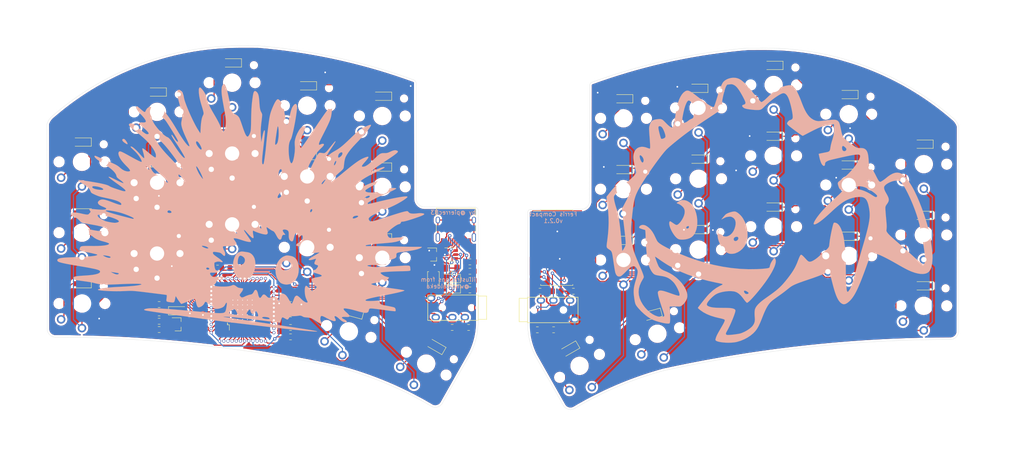
<source format=kicad_pcb>
(kicad_pcb (version 20211014) (generator pcbnew)
  (layers (0 "F.Cu" signal) (31 "B.Cu" signal) (34 "B.Paste" user) (35 "F.Paste" user) (36 "B.SilkS" user "B.Silkscreen") (37 "F.SilkS" user "F.Silkscreen") (38 "B.Mask" user) (39 "F.Mask" user) (44 "Edge.Cuts" user))
  (net 0 "")
  (net 1 "+5V")
  (net 2 "VCC")
  (net 3 "/col4")
  (net 4 "Net-(J1-PadA5)")
  (net 5 "Net-(J1-PadB5)")
  (net 6 "/col0")
  (net 7 "/col8")
  (net 8 "/col5")
  (net 9 "/col2")
  (net 10 "/col1")
  (net 11 "/col3")
  (net 12 "/col6")
  (net 13 "/col7")
  (net 14 "/col9")
  (net 15 "/row0,0")
  (net 16 "/row1,0")
  (net 17 "/row1,1")
  (net 18 "/row0,1")
  (net 19 "/row0,2")
  (net 20 "/row0,3")
  (net 21 "/row1,3")
  (net 22 "/row1,2")
  (net 23 "Net-(D0_0-Pad2)")
  (net 24 "Net-(D0_1-Pad2)")
  (net 25 "Net-(D0_2-Pad2)")
  (net 26 "Net-(D0_3-Pad2)")
  (net 27 "Net-(D0_5-Pad2)")
  (net 28 "Net-(D0_6-Pad2)")
  (net 29 "Net-(D0_7-Pad2)")
  (net 30 "Net-(D0_8-Pad2)")
  (net 31 "Net-(D0_9-Pad2)")
  (net 32 "Net-(D1_0-Pad2)")
  (net 33 "Net-(D1_1-Pad2)")
  (net 34 "Net-(D1_2-Pad2)")
  (net 35 "Net-(D1_3-Pad2)")
  (net 36 "Net-(D1_4-Pad2)")
  (net 37 "Net-(D1_5-Pad2)")
  (net 38 "Net-(D1_6-Pad2)")
  (net 39 "Net-(D1_7-Pad2)")
  (net 40 "Net-(D1_8-Pad2)")
  (net 41 "Net-(D1_9-Pad2)")
  (net 42 "Net-(D2_0-Pad2)")
  (net 43 "Net-(D2_1-Pad2)")
  (net 44 "Net-(D2_2-Pad2)")
  (net 45 "Net-(D2_3-Pad2)")
  (net 46 "Net-(D2_4-Pad2)")
  (net 47 "Net-(D2_5-Pad2)")
  (net 48 "Net-(D2_6-Pad2)")
  (net 49 "Net-(D2_7-Pad2)")
  (net 50 "Net-(D2_8-Pad2)")
  (net 51 "Net-(D2_9-Pad2)")
  (net 52 "Net-(D3_3-Pad2)")
  (net 53 "Net-(D3_4-Pad2)")
  (net 54 "Net-(D3_5-Pad2)")
  (net 55 "Net-(D3_6-Pad2)")
  (net 56 "Net-(D0_4-Pad2)")
  (net 57 "/D-")
  (net 58 "/D+")
  (net 59 "GND")
  (net 60 "+3V3")
  (net 61 "Net-(D3-Pad2)")
  (net 62 "Net-(J1-PadS1)")
  (net 63 "i2c_sda")
  (net 64 "i2c_scl")
  (net 65 "Net-(R6-Pad1)")
  (net 66 "BOOT0")
  (net 67 "NRST")
  (net 68 "VDD")
  (net 69 "i2c_sda_right")
  (net 70 "i2c_scl_right")
  (net 71 "Net-(U1-Pad2)")
  (net 72 "Net-(U1-Pad3)")
  (net 73 "Net-(U1-Pad4)")
  (net 74 "Net-(U1-Pad5)")
  (net 75 "Net-(U1-Pad6)")
  (net 76 "Net-(U1-Pad10)")
  (net 77 "Net-(U1-Pad11)")
  (net 78 "Net-(U1-Pad13)")
  (net 79 "Net-(U1-Pad14)")
  (net 80 "Net-(U1-Pad15)")
  (net 81 "Net-(U1-Pad16)")
  (net 82 "Net-(U1-Pad17)")
  (net 83 "Net-(U1-Pad18)")
  (net 84 "Net-(U1-Pad19)")
  (net 85 "Net-(U1-Pad20)")
  (net 86 "Net-(U1-Pad25)")
  (net 87 "Net-(U1-Pad26)")
  (net 88 "Net-(U1-Pad27)")
  (net 89 "Net-(U1-Pad28)")
  (net 90 "Net-(U1-Pad29)")
  (net 91 "Net-(U1-Pad30)")
  (net 92 "Net-(U1-Pad31)")
  (net 93 "Net-(U1-Pad34)")
  (net 94 "Net-(U1-Pad46)")
  (net 95 "Net-(J1-PadB8)")
  (net 96 "Net-(J1-PadA8)")
  (net 97 "Net-(U2-Pad28)")
  (net 98 "Net-(U2-Pad27)")
  (net 99 "Net-(U2-Pad26)")
  (net 100 "Net-(U2-Pad20)")
  (net 101 "Net-(U2-Pad19)")
  (net 102 "Net-(U2-Pad14)")
  (net 103 "Net-(U2-Pad11)")
  (net 104 "Net-(U2-Pad8)")
  (net 105 "Net-(U2-Pad7)")
  (net 106 "Net-(U2-Pad6)")
  (net 107 "Net-(U2-Pad5)")
  (footprint "Diode_SMD:D_SOD-123" (layer "F.Cu") (at 205.822 24.852999 180)
    (fp_text reference "D0_8" hide)
    (fp_text value "1N4148W" hide)
  )
  (footprint "Diode_SMD:D_SOD-123" (layer "F.Cu") (at 187.822 17.852999 180)
    (fp_text reference "D0_7" hide)
    (fp_text value "1N4148W" hide)
  )
  (footprint "Diode_SMD:D_SOD-123" (layer "F.Cu") (at 169.822 23.352999 180)
    (fp_text reference "D0_6" hide)
    (fp_text value "1N4148W" hide)
  )
  (footprint "Diode_SMD:D_SOD-123" (layer "F.Cu") (at 223.822 36.752999 180)
    (fp_text reference "D0_9" hide)
    (fp_text value "1N4148W" hide)
  )
  (footprint "Diode_SMD:D_SOD-123" (layer "F.Cu") (at 151.822 25.852999 180)
    (fp_text reference "D0_5" hide)
    (fp_text value "1N4148W" hide)
  )
  (footprint "Diode_SMD:D_SOD-123" (layer "F.Cu") (at 151.822 42.852999 180)
    (fp_text reference "D1_5" hide)
    (fp_text value "1N4148W" hide)
  )
  (footprint "Diode_SMD:D_SOD-123" (layer "F.Cu") (at 169.822 40.352999 180)
    (fp_text reference "D1_6" hide)
    (fp_text value "1N4148W" hide)
  )
  (footprint "Diode_SMD:D_SOD-123" (layer "F.Cu") (at 187.822 34.852999 180)
    (fp_text reference "D1_7" hide)
    (fp_text value "1N4148W" hide)
  )
  (footprint "Diode_SMD:D_SOD-123" (layer "F.Cu") (at 205.822 41.752999 180)
    (fp_text reference "D1_8" hide)
    (fp_text value "1N4148W" hide)
  )
  (footprint "Diode_SMD:D_SOD-123" (layer "F.Cu") (at 223.822 53.852999 180)
    (fp_text reference "D1_9" hide)
    (fp_text value "1N4148W" hide)
  )
  (footprint "Diode_SMD:D_SOD-123" (layer "F.Cu") (at 169.822 57.252999 180)
    (fp_text reference "D2_6" hide)
    (fp_text value "1N4148W" hide)
  )
  (footprint "Diode_SMD:D_SOD-123" (layer "F.Cu") (at 223.822 70.752999 180)
    (fp_text reference "D2_9" hide)
    (fp_text value "1N4148W" hide)
  )
  (footprint "Diode_SMD:D_SOD-123" (layer "F.Cu") (at 205.822 58.852999 180)
    (fp_text reference "D2_8" hide)
    (fp_text value "1N4148W" hide)
  )
  (footprint "Diode_SMD:D_SOD-123" (layer "F.Cu") (at 151.822 59.852999 180)
    (fp_text reference "D2_5" hide)
    (fp_text value "1N4148W" hide)
  )
  (footprint "Diode_SMD:D_SOD-123" (layer "F.Cu") (at 187.822 51.852999 180)
    (fp_text reference "D2_7" hide)
    (fp_text value "1N4148W" hide)
  )
  (footprint "Diode_SMD:D_SOD-123" (layer "F.Cu") (at 138.922 85.952999 -150)
    (fp_text reference "D3_5" hide)
    (fp_text value "1N4148W" hide)
  )
  (footprint "Diode_SMD:D_SOD-123" (layer "F.Cu") (at 158.722 77.652999 -165)
    (fp_text reference "D3_6" hide)
    (fp_text value "1N4148W" hide)
  )
  (footprint "kbd:TRRS-PJ-320A" (layer "F.Cu") (at 128.822 76.552999 90)
    (fp_text reference "Jack1" hide)
    (fp_text value "PJ-320A" hide)
  )
  (footprint "switches:Choc_PG1350_Choc_Spacing" (layer "F.Cu") (at 223.822 41.552999)
    (fp_text reference "K0_9" hide)
    (fp_text value "KEYSW" hide)
  )
  (footprint "switches:Choc_PG1350_Choc_Spacing" (layer "F.Cu") (at 205.822 29.552999)
    (fp_text reference "K0_8" hide)
    (fp_text value "KEYSW" hide)
  )
  (footprint "switches:Choc_PG1350_Choc_Spacing" (layer "F.Cu") (at 151.822 30.552999)
    (fp_text reference "K0_5" hide)
    (fp_text value "KEYSW" hide)
  )
  (footprint "switches:Choc_PG1350_Choc_Spacing" (layer "F.Cu") (at 169.822 28.052999)
    (fp_text reference "K0_6" hide)
    (fp_text value "KEYSW" hide)
  )
  (footprint "switches:Choc_PG1350_Choc_Spacing" (layer "F.Cu") (at 187.822 22.552999)
    (fp_text reference "K0_7" hide)
    (fp_text value "KEYSW" hide)
  )
  (footprint "switches:Choc_PG1350_Choc_Spacing" (layer "F.Cu") (at 223.822 58.552999)
    (fp_text reference "K1_9" hide)
    (fp_text value "KEYSW" hide)
  )
  (footprint "switches:Choc_PG1350_Choc_Spacing" (layer "F.Cu") (at 205.822 46.552999)
    (fp_text reference "K1_8" hide)
    (fp_text value "KEYSW" hide)
  )
  (footprint "switches:Choc_PG1350_Choc_Spacing" (layer "F.Cu") (at 187.822 39.552999)
    (fp_text reference "K1_7" hide)
    (fp_text value "KEYSW" hide)
  )
  (footprint "switches:Choc_PG1350_Choc_Spacing" (layer "F.Cu") (at 169.822 45.052999)
    (fp_text reference "K1_6" hide)
    (fp_text value "KEYSW" hide)
  )
  (footprint "switches:Choc_PG1350_Choc_Spacing" (layer "F.Cu") (at 151.822 47.552999)
    (fp_text reference "K1_5" hide)
    (fp_text value "KEYSW" hide)
  )
  (footprint "switches:Choc_PG1350_Choc_Spacing" (layer "F.Cu") (at 151.822 64.552999)
    (fp_text reference "K2_5" hide)
    (fp_text value "KEYSW" hide)
  )
  (footprint "switches:Choc_PG1350_Choc_Spacing" (layer "F.Cu") (at 169.822 62.052999)
    (fp_text reference "K2_6" hide)
    (fp_text value "KEYSW" hide)
  )
  (footprint "switches:Choc_PG1350_Choc_Spacing" (layer "F.Cu") (at 187.822 56.552999)
    (fp_text reference "K2_7" hide)
    (fp_text value "KEYSW" hide)
  )
  (footprint "switches:Choc_PG1350_Choc_Spacing" (layer "F.Cu") (at 205.822 63.552999)
    (fp_text reference "K2_8" hide)
    (fp_text value "KEYSW" hide)
  )
  (footprint "switches:Choc_PG1350_Choc_Spacing" (layer "F.Cu") (at 223.822 75.552999)
    (fp_text reference "K2_9" hide)
    (fp_text value "KEYSW" hide)
  )
  (footprint "switches:Choc_PG1350_Choc_Spacing" (layer "F.Cu") (at 159.952 82.252999 15)
    (fp_text reference "K3_6" hide)
    (fp_text value "KEYSW" hide)
  )
  (footprint "switches:Choc_PG1350_Choc_Spacing" (layer "F.Cu") (at 141.292 89.962999 30)
    (fp_text reference "K3_5" hide)
    (fp_text value "KEYSW" hide)
  )
  (footprint "switches:Choc_PG1350_Choc_Spacing" (layer "F.Cu") (at 22 41)
    (fp_text reference "K0_0" hide)
    (fp_text value "KEYSW" hide)
  )
  (footprint "Resistor_SMD:R_0805_2012Metric_Pad1.15x1.40mm_HandSolder" (layer "F.Cu") (at 115 67.25 180)
    (fp_text reference "R1" hide)
    (fp_text value "5.1kΩ" hide)
  )
  (footprint "Diode_SMD:D_SOD-123" (layer "F.Cu") (at 40 58.25 180)
    (fp_text reference "D2_1" hide)
    (fp_text value "1N4148W" hide)
  )
  (footprint "switches:Choc_PG1350_Choc_Spacing" (layer "F.Cu") (at 76 44.5)
    (fp_text reference "K1_3" hide)
    (fp_text value "KEYSW" hide)
  )
  (footprint "Diode_SMD:D_SOD-123" (layer "F.Cu") (at 22 53.25 180)
    (fp_text reference "D1_0" hide)
    (fp_text value "1N4148W" hide)
  )
  (footprint "Diode_SMD:D_SOD-123" (layer "F.Cu") (at 94 59.25 180)
    (fp_text reference "D2_4" hide)
    (fp_text value "1N4148W" hide)
  )
  (footprint "Diode_SMD:D_SOD-123" (layer "F.Cu") (at 22 70.25 180)
    (fp_text reference "D2_0" hide)
    (fp_text value "1N4148W" hide)
  )
  (footprint "Diode_SMD:D_SOD-123" (layer "F.Cu") (at 58 17.25 180)
    (fp_text reference "D0_2" hide)
    (fp_text value "1N4148W" hide)
  )
  (footprint "Connector_USB:USB_C_Receptacle_HRO_TYPE-C-31-M-12" (layer "F.Cu") (at 111.64 56.01 180)
    (fp_text reference "J1" hide)
    (fp_text value "TYPE-C-31-M-12" hide)
  )
  (footprint "switches:Choc_PG1350_Choc_Spacing" (layer "F.Cu") (at 40 29)
    (fp_text reference "K0_1" hide)
    (fp_text value "KEYSW" hide)
  )
  (footprint "switches:Choc_PG1350_Choc_Spacing" (layer "F.Cu") (at 94 64)
    (fp_text reference "K2_4" hide)
    (fp_text value "KEYSW" hide)
  )
  (footprint "switches:Choc_PG1350_Choc_Spacing" (layer "F.Cu") (at 76 27.5)
    (fp_text reference "K0_3" hide)
    (fp_text value "KEYSW" hide)
  )
  (footprint "Diode_SMD:D_SOD-123" (layer "F.Cu") (at 40 41.25 180)
    (fp_text reference "D1_1" hide)
    (fp_text value "1N4148W" hide)
  )
  (footprint "Diode_SMD:D_SOD-123" (layer "F.Cu") (at 76 22.75 180)
    (fp_text reference "D0_3" hide)
    (fp_text value "1N4148W" hide)
  )
  (footprint "Diode_SMD:D_SOD-123" (layer "F.Cu") (at 106.84 85.28 150)
    (fp_text reference "D3_4" hide)
    (fp_text value "1N4148W" hide)
  )
  (footprint "switches:Choc_PG1350_Choc_Spacing" (layer "F.Cu") (at 22 75)
    (fp_text reference "K2_0" hide)
    (fp_text value "KEYSW" hide)
  )
  (footprint "Diode_SMD:D_SOD-123" (layer "F.Cu") (at 58 51 180)
    (fp_text reference "D2_2" hide)
    (fp_text value "1N4148W" hide)
  )
  (footprint "switches:Choc_PG1350_Choc_Spacing" (layer "F.Cu") (at 76 61.5)
    (fp_text reference "K2_3" hide)
    (fp_text value "KEYSW" hide)
  )
  (footprint "Diode_SMD:D_SOD-123" (layer "F.Cu") (at 87.18 77.21 165)
    (fp_text reference "D3_3" hide)
    (fp_text value "1N4148W" hide)
  )
  (footprint "Diode_SMD:D_SOD-123" (layer "F.Cu") (at 76 39.5 180)
    (fp_text reference "D1_3" hide)
    (fp_text value "1N4148W" hide)
  )
  (footprint "Diode_SMD:D_SOD-123" (layer "F.Cu") (at 58 34.25 180)
    (fp_text reference "D1_2" hide)
    (fp_text value "1N4148W" hide)
  )
  (footprint "Resistor_SMD:R_0805_2012Metric_Pad1.15x1.40mm_HandSolder" (layer "F.Cu") (at 115 65 180)
    (fp_text reference "R2" hide)
    (fp_text value "5.1kΩ" hide)
  )
  (footprint "Diode_SMD:D_SOD-123" (layer "F.Cu") (at 22 36.25 180)
    (fp_text reference "D0_0" hide)
    (fp_text value "1N4148W" hide)
  )
  (footprint "switches:Choc_PG1350_Choc_Spacing" (layer "F.Cu") (at 94 30)
    (fp_text reference "K0_4" hide)
    (fp_text value "KEYSW" hide)
  )
  (footprint "switches:Choc_PG1350_Choc_Spacing" (layer "F.Cu") (at 22 58)
    (fp_text reference "K1_0" hide)
    (fp_text value "KEYSW" hide)
  )
  (footprint "switches:Choc_PG1350_Choc_Spacing" (layer "F.Cu") (at 58 22)
    (fp_text reference "K0_2" hide)
    (fp_text value "KEYSW" hide)
  )
  (footprint "Diode_SMD:D_SOD-123" (layer "F.Cu") (at 94 42.25 180)
    (fp_text reference "D1_4" hide)
    (fp_text value "1N4148W" hide)
  )
  (footprint "Diode_SMD:D_SOD-123" (layer "F.Cu") (at 94 25.25 180)
    (fp_text reference "D0_4" hide)
    (fp_text value "1N4148W" hide)
  )
  (footprint "Diode_SMD:D_SOD-123" (layer "F.Cu") (at 40 24.25 180)
    (fp_text reference "D0_1" hide)
    (fp_text value "1N4148W" hide)
  )
  (footprint "switches:Choc_PG1350_Choc_Spacing" (layer "F.Cu") (at 104.53 89.41 -30)
    (fp_text reference "K3_4" hide)
    (fp_text value "KEYSW" hide)
  )
  (footprint "switches:Choc_PG1350_Choc_Spacing" (layer "F.Cu") (at 40 46)
    (fp_text reference "K1_1" hide)
    (fp_text value "KEYSW" hide)
  )
  (footprint "Resistor_SMD:R_0805_2012Metric_Pad1.15x1.40mm_HandSolder" (layer "F.Cu") (at 135.072 81.302999)
    (fp_text reference "R7" hide)
    (fp_text value "4.7kΩ" hide)
  )
  (footprint "switches:Choc_PG1350_Choc_Spacing" (layer "F.Cu") (at 58 39)
    (fp_text reference "K1_2" hide)
    (fp_text value "KEYSW" hide)
  )
  (footprint "Diode_SMD:D_SOD-123" (layer "F.Cu") (at 76 56.75 180)
    (fp_text reference "D2_3" hide)
    (fp_text value "1N4148W" hide)
  )
  (footprint "switches:Choc_PG1350_Choc_Spacing" (layer "F.Cu") (at 40 63)
    (fp_text reference "K2_1" hide)
    (fp_text value "KEYSW" hide)
  )
  (footprint "switches:Choc_PG1350_Choc_Spacing" (layer "F.Cu") (at 94 47)
    (fp_text reference "K1_4" hide)
    (fp_text value "KEYSW" hide)
  )
  (footprint "kbd:TRRS-PJ-320A" (layer "F.Cu") (at 117 76 -90)
    (fp_text reference "Jack0" hide)
    (fp_text value "PJ-320A" hide)
  )
  (footprint "copper_pads:ferris_compact" (layer "F.Cu") (at 185.422 75.352999 7)
    (fp_text reference "G***" hide)
    (fp_text value "LOGO" hide)
  )
  (footprint "Capacitor_SMD:C_0805_2012Metric_Pad1.15x1.40mm_HandSolder" (layer "F.Cu") (at 131.822 72.052999)
    (fp_text reference "C13" hide)
    (fp_text value "0.1uF" hide)
  )
  (footprint "Capacitor_SMD:C_0805_2012Metric_Pad1.15x1.40mm_HandSolder" (layer "F.Cu") (at 139.822 72.052999 180)
    (fp_text reference "C12" hide)
    (fp_text value "0.1uF" hide)
  )
  (footprint "Package_SO:SOIC-28W_7.5x17.9mm_P1.27mm" (layer "F.Cu") (at 135.822 61.592999)
    (fp_text reference "U2" hide)
    (fp_text value "MCP23017-E/SO" hide)
  )
  (footprint "Resistor_SMD:R_0805_2012Metric_Pad1.15x1.40mm_HandSolder" (layer "F.Cu") (at 135.822 72.052999)
    (fp_text reference "R6" hide)
    (fp_text value "10kΩ" hide)
  )
  (footprint "switches:Choc_PG1350_Choc_Spacing" (layer "F.Cu") (at 85.97 81.7 -15)
    (fp_text reference "K3_3" hide)
    (fp_text value "KEYSW" hide)
  )
  (footprint "switches:Choc_PG1350_Choc_Spacing" (layer "F.Cu") (at 58 56)
    (fp_text reference "K2_2" hide)
    (fp_text value "KEYSW" hide)
  )
  (footprint "Fuse:Fuse_1206_3216Metric" (layer "F.Cu") (at 110.5 66.5 180)
    (fp_text reference "F1" hide)
    (fp_text value "500mA" hide)
  )
  (footprint "Resistor_SMD:R_0805_2012Metric_Pad1.15x1.40mm_HandSolder" (layer "F.Cu") (at 131.172 81.302999 180)
    (fp_text reference "R8" hide)
    (fp_text value "4.7kΩ" hide)
  )
  (footprint "Capacitor_SMD:C_0805_2012Metric_Pad1.15x1.40mm_HandSolder" (layer "F.Cu") (at 115 71.75)
    (fp_text reference "C1" hide)
    (fp_text value "1uF" hide)
  )
  (footprint "Capacitor_SMD:C_0805_2012Metric_Pad1.15x1.40mm_HandSolder" (layer "F.Cu") (at 110.75 80.75 180)
    (fp_text reference "C2" hide)
    (fp_text value "1uF" hide)
  )
  (footprint "Capacitor_SMD:C_0805_2012Metric_Pad1.15x1.40mm_HandSolder" (layer "F.Cu") (at 40.5 77.25 180)
    (fp_text reference "C3" hide)
    (fp_text value "10uF" hide)
  )
  (footprint "Capacitor_SMD:C_0805_2012Metric_Pad1.15x1.40mm_HandSolder" (layer "F.Cu") (at 40.5 81.25 180)
    (fp_text reference "C4" hide)
    (fp_text value "4.7nF" hide)
  )
  (footprint "Capacitor_SMD:C_0805_2012Metric_Pad1.15x1.40mm_HandSolder" (layer "F.Cu") (at 54.5 66.5 180)
    (fp_text reference "C5" hide)
    (fp_text value "0.1uF" hide)
  )
  (footprint "Capacitor_SMD:C_0805_2012Metric_Pad1.15x1.40mm_HandSolder" (layer "F.Cu") (at 58.5 66.5)
    (fp_text reference "C6" hide)
    (fp_text value "4.7uF" hide)
  )
  (footprint "Capacitor_SMD:C_0805_2012Metric_Pad1.15x1.40mm_HandSolder" (layer "F.Cu") (at 72 80.75)
    (fp_text reference "C7" hide)
    (fp_text value "1uF" hide)
  )
  (footprint "Capacitor_SMD:C_0805_2012Metric_Pad1.15x1.40mm_HandSolder" (layer "F.Cu") (at 72 83)
    (fp_text reference "C8" hide)
    (fp_text value "10uF" hide)
  )
  (footprint "Capacitor_SMD:C_0805_2012Metric_Pad1.15x1.40mm_HandSolder" (layer "F.Cu") (at 40.5 79.25)
    (fp_text reference "C9" hide)
    (fp_text value "0.1uF" hide)
  )
  (footprint "Capacitor_SMD:C_0805_2012Metric_Pad1.15x1.40mm_HandSolder" (layer "F.Cu") (at 72 77.5 180)
    (fp_text reference "C10" hide)
    (fp_text value "0.1uF" hide)
  )
  (footprint "Capacitor_SMD:C_0805_2012Metric_Pad1.15x1.40mm_HandSolder" (layer "F.Cu") (at 72 75.25 180)
    (fp_text reference "C11" hide)
    (fp_text value "4.7uF" hide)
  )
  (footprint "Diode_SMD:D_SOD-123" (layer "F.Cu") (at 110.5 69 180)
    (fp_text reference "D1" hide)
    (fp_text value "SMF9.0CA" hide)
  )
  (footprint "Diode_SMD:D_SOD-123" (layer "F.Cu") (at 110.5 71.5 180)
    (fp_text reference "D2" hide)
    (fp_text value "RB060M-30TR" hide)
  )
  (footprint "Diode_SMD:D_SOD-123" (layer "F.Cu") (at 45 76.75)
    (fp_text reference "D3" hide)
    (fp_text value "1N4148W" hide)
  )
  (footprint "Package_TO_SOT_SMD:SOT-23" (layer "F.Cu") (at 45 80)
    (fp_text reference "Q1" hide)
    (fp_text value "PDTC123JT,215" hide)
  )
  (footprint "Resistor_SMD:R_0805_2012Metric_Pad1.15x1.40mm_HandSolder" (layer "F.Cu") (at 114.7 80.75)
    (fp_text reference "R4" hide)
    (fp_text value "100kΩ" hide)
  )
  (footprint "Resistor_SMD:R_0805_2012Metric_Pad1.15x1.40mm_HandSolder" (layer "F.Cu") (at 40.5 75.25 180)
    (fp_text reference "R5" hide)
    (fp_text value "100kΩ" hide)
  )
  (footprint "Button_Switch_SMD:SW_SPST_B3U-1000P" (layer "F.Cu") (at 106.25 69 -90)
    (fp_text reference "SW1" hide)
    (fp_text value "B3U-1000P" hide)
  )
  (footprint "breakout_pins:Dual_MCU_QFP_QFN_48_with_breakout_pins" (layer "F.Cu") (at 60.5 76.5 90)
    (fp_text reference "U1" hide)
    (fp_text value "STM32F072CBT6")
  )
  (footprint "Package_TO_SOT_SMD:SOT-23" (layer "F.Cu") (at 106.25 63.25)
    (fp_text reference "U3" hide)
    (fp_text value "MCP1700T-3302E/TT" hide)
  )
  (footprint "Package_TO_SOT_SMD:SOT-23-6" (layer "F.Cu") (at 110.5 63.25)
    (fp_text reference "U4" hide)
    (fp_text value "SRV05-4" hide)
  )
  (footprint "Resistor_SMD:R_0805_2012Metric_Pad1.15x1.40mm_HandSolder" (layer "F.Cu") (at 115 69.5)
    (fp_text reference "R3" hide)
    (fp_text value "100kΩ" hide)
  )
  (footprint "silkscreens:unsafe_rust" (layer "B.Cu") (at 62.65 54.06 172)
    (fp_text reference "G***" hide)
    (fp_text value "LOGO" hide)
  )
  (footprint "silkscreens:safe_rust" (layer "B.Cu") (at 183.742 47.552999 -173)
    (fp_text reference "G***" hide)
    (fp_text value "LOGO" hide)
  )
  (gr_arc (start 15.71 83.077536) (mid 14.281641 82.537499) (end 13.650019 81.147211) (layer "Edge.Cuts") (width 0.05))
  (gr_arc (start 116.965001 79.575918) (mid 116.507914 83.337265) (end 115.218305 86.900068) (layer "Edge.Cuts") (width 0.05))
  (gr_line (start 115.218305 86.900068) (end 108.37 98.99) (layer "Edge.Cuts") (width 0.05))
  (gr_arc (start 108.37 98.99) (mid 107.128995 99.859715) (end 105.638 99.588735) (layer "Edge.Cuts") (width 0.05))
  (gr_line (start 104.185001 51.83) (end 116.215001 51.850918) (layer "Edge.Cuts") (width 0.05))
  (gr_arc (start 116.215001 51.850918) (mid 116.745331 52.070588) (end 116.965001 52.600918) (layer "Edge.Cuts") (width 0.05))
  (gr_arc (start 104.185001 51.83) (mid 102.772533 51.280799) (end 102.15 49.899082) (layer "Edge.Cuts") (width 0.05))
  (gr_line (start 102.15 49.899082) (end 102.1 22.059419) (layer "Edge.Cuts") (width 0.05))
  (gr_line (start 13.608055 31.898702) (end 13.650019 81.147211) (layer "Edge.Cuts") (width 0.05))
  (gr_arc (start 84.370665 90.557571) (mid 95.308068 94.357892) (end 105.638 99.588735) (layer "Edge.Cuts") (width 0.05))
  (gr_arc (start 15.71 83.077536) (mid 50.240258 84.982398) (end 84.370665 90.557571) (layer "Edge.Cuts") (width 0.05))
  (gr_line (start 116.965001 52.600918) (end 116.968788 78.029999) (layer "Edge.Cuts") (width 0.05))
  (gr_line (start 116.968788 78.029999) (end 116.965001 79.575918) (layer "Edge.Cuts") (width 0.05))
  (gr_arc (start 15.035 29.885) (mid 36.011524 17.453455) (end 60.008389 13.128139) (layer "Edge.Cuts") (width 0.05))
  (gr_line (start 64.208637 13.136374) (end 60.008389 13.128139) (layer "Edge.Cuts") (width 0.05))
  (gr_arc (start 101.665245 21.378889) (mid 101.982034 21.655645) (end 102.1 22.059419) (layer "Edge.Cuts") (width 0.05))
  (gr_arc (start 64.208637 13.136374) (mid 83.212558 16.005142) (end 101.665245 21.378889) (layer "Edge.Cuts") (width 0.05))
  (gr_arc (start 13.608055 31.898702) (mid 14.164929 30.780882) (end 15.035 29.885) (layer "Edge.Cuts") (width 0.05))
  (gr_line (start 181.613363 13.689373) (end 185.813611 13.681138) (layer "Edge.Cuts") (width 0.05))
  (gr_arc (start 144.156755 21.931888) (mid 162.609442 16.558141) (end 181.613363 13.689373) (layer "Edge.Cuts") (width 0.05))
  (gr_arc (start 143.722 22.612418) (mid 143.839966 22.208644) (end 144.156755 21.931888) (layer "Edge.Cuts") (width 0.05))
  (gr_arc (start 230.787 30.437999) (mid 231.657071 31.333881) (end 232.213945 32.451701) (layer "Edge.Cuts") (width 0.05))
  (gr_arc (start 185.813611 13.681138) (mid 209.810476 18.006454) (end 230.787 30.437999) (layer "Edge.Cuts") (width 0.05))
  (gr_line (start 128.851999 78.572999) (end 128.856999 80.128917) (layer "Edge.Cuts") (width 0.05))
  (gr_line (start 128.856999 53.153917) (end 128.851999 78.572999) (layer "Edge.Cuts") (width 0.05))
  (gr_arc (start 161.451335 91.11057) (mid 195.581742 85.535397) (end 230.112 83.630535) (layer "Edge.Cuts") (width 0.05))
  (gr_arc (start 130.603695 87.453067) (mid 129.314086 83.890264) (end 128.856999 80.128917) (layer "Edge.Cuts") (width 0.05))
  (gr_line (start 130.603695 87.453067) (end 137.452 99.542999) (layer "Edge.Cuts") (width 0.05))
  (gr_line (start 143.672 50.452081) (end 143.722 22.612418) (layer "Edge.Cuts") (width 0.05))
  (gr_arc (start 143.672 50.452081) (mid 143.049468 51.833799) (end 141.636999 52.382999) (layer "Edge.Cuts") (width 0.05))
  (gr_arc (start 140.184 100.141734) (mid 150.513932 94.910891) (end 161.451335 91.11057) (layer "Edge.Cuts") (width 0.05))
  (gr_arc (start 232.171981 81.70021) (mid 231.540359 83.090499) (end 230.112 83.630535) (layer "Edge.Cuts") (width 0.05))
  (gr_arc (start 140.184 100.141734) (mid 138.693005 100.412714) (end 137.452 99.542999) (layer "Edge.Cuts") (width 0.05))
  (gr_arc (start 128.856999 53.153917) (mid 129.076669 52.623587) (end 129.606999 52.403917) (layer "Edge.Cuts") (width 0.05))
  (gr_line (start 141.636999 52.382999) (end 129.606999 52.403917) (layer "Edge.Cuts") (width 0.05))
  (gr_line (start 232.213945 32.451701) (end 232.171981 81.70021) (layer "Edge.Cuts") (width 0.05))
  (gr_text "by @pierrec83\n\n\n\n\n\n\n\n\n\nillustrations from\n  @whoisaldeka" (at 116.5 62) (layer "B.SilkS") (effects (font (size 1 1)) (justify left mirror)))
  (gr_text "Ferris Compact\nv0.2.1" (at 134.972 54.352999) (layer "B.SilkS") (effects (font (size 1 1)) (justify mirror)))
  (segment (start 113.9 71.75) (end 113.9 69.5) (width 0.3) (layer "F.Cu") (net 1))
  (segment (start 112.65 69.5) (end 112.15 69) (width 0.3) (layer "F.Cu") (net 1))
  (segment (start 110.07501 66.5) (end 111.9 66.5) (width 0.3) (layer "F.Cu") (net 1))
  (segment (start 109.723536 65.27499) (end 110.07501 65.626464) (width 0.3) (layer "F.Cu") (net 1))
  (segment (start 107.25 63.25) (end 107.25 63.535002) (width 0.3) (layer "F.Cu") (net 1))
  (segment (start 113.9 69.5) (end 112.65 69.5) (width 0.3) (layer "F.Cu") (net 1))
  (segment (start 112.15 66.75) (end 111.9 66.5) (width 0.3) (layer "F.Cu") (net 1))
  (segment (start 113.65 71.5) (end 113.9 71.75) (width 0.3) (layer "F.Cu") (net 1))
  (segment (start 112.15 69) (end 112.15 66.75) (width 0.3) (layer "F.Cu") (net 1))
  (segment (start 110.07501 65.626464) (end 110.07501 66.5) (width 0.3) (layer "F.Cu") (net 1))
  (segment (start 112.15 69) (end 112.15 71.5) (width 0.3) (layer "F.Cu") (net 1))
  (segment (start 112.15 71.5) (end 113.65 71.5) (width 0.3) (layer "F.Cu") (net 1))
  (segment (start 107.25 63.535002) (end 108.989988 65.27499) (width 0.3) (layer "F.Cu") (net 1))
  (segment (start 108.989988 65.27499) (end 109.723536 65.27499) (width 0.3) (layer "F.Cu") (net 1))
  (segment (start 109.095011 61.174989) (end 107.845009 61.174989) (width 0.3) (layer "F.Cu") (net 2))
  (segment (start 109.19 59.169002) (end 109.425001 58.934001) (width 0.3) (layer "F.Cu") (net 2))
  (segment (start 114.09 59.249998) (end 114.09 60.055) (width 0.3) (layer "F.Cu") (net 2))
  (segment (start 109.425001 58.285999) (end 109.961 57.75) (width 0.3) (layer "F.Cu") (net 2))
  (segment (start 112.590002 57.75) (end 114.09 59.249998) (width 0.3) (layer "F.Cu") (net 2))
  (segment (start 109.19 60.055) (end 109.305 60.055) (width 0.3) (layer "F.Cu") (net 2))
  (segment (start 106.449999 63.849999) (end 109.1 66.5) (width 0.3) (layer "F.Cu") (net 2))
  (segment (start 109.19 61.08) (end 109.095011 61.174989) (width 0.3) (layer "F.Cu") (net 2))
  (segment (start 109.19 60.055) (end 109.19 59.169002) (width 0.3) (layer "F.Cu") (net 2))
  (segment (start 106.449999 62.569999) (end 106.449999 63.849999) (width 0.3) (layer "F.Cu") (net 2))
  (segment (start 109.425001 58.934001) (end 109.425001 58.285999) (width 0.3) (layer "F.Cu") (net 2))
  (segment (start 109.19 60.055) (end 109.19 61.08) (width 0.3) (layer "F.Cu") (net 2))
  (segment (start 107.845009 61.174989) (end 106.449999 62.569999) (width 0.3) (layer "F.Cu") (net 2))
  (segment (start 109.961 57.75) (end 112.590002 57.75) (width 0.3) (layer "F.Cu") (net 2))
  (segment (start 53.5875 71) (end 53 71) (width 0.25) (layer "F.Cu") (net 3))
  (segment (start 92.82206 71.07794) (end 72.407878 71.07794) (width 0.25) (layer "F.Cu") (net 3))
  (segment (start 72.407878 71.07794) (end 68.029908 66.69997) (width 0.25) (layer "F.Cu") (net 3))
  (segment (start 94 69.9) (end 92.82206 71.07794) (width 0.25) (layer "F.Cu") (net 3))
  (segment (start 61.31316 66.69997) (end 59.58817 64.97498) (width 0.25) (layer "F.Cu") (net 3))
  (segment (start 59.58817 64.97498) (end 53.41183 64.97498) (width 0.25) (layer "F.Cu") (net 3))
  (segment (start 56.3375 73.75) (end 53.5875 71) (width 0.25) (layer "F.Cu") (net 3))
  (segment (start 52.57499 70.57499) (end 53 71) (width 0.25) (layer "F.Cu") (net 3))
  (segment (start 68.029908 66.69997) (end 61.31316 66.69997) (width 0.25) (layer "F.Cu") (net 3))
  (segment (start 52.57499 65.81182) (end 52.57499 70.57499) (width 0.25) (layer "F.Cu") (net 3))
  (segment (start 53.41183 64.97498) (end 52.57499 65.81182) (width 0.25) (layer "F.Cu") (net 3))
  (segment (start 101.58 91.493382) (end 101.58 94.51955) (width 0.254) (layer "B.Cu") (net 3))
  (segment (start 94 83.913382) (end 101.58 91.493382) (width 0.254) (layer "B.Cu") (net 3))
  (segment (start 94 52.9) (end 91.958499 54.941501) (width 0.254) (layer "B.Cu") (net 3))
  (segment (start 91.958499 50.858499) (end 94 52.9) (width 0.254) (layer "B.Cu") (net 3))
  (segment (start 94 35.9) (end 91.958499 37.941501) (width 0.254) (layer "B.Cu") (net 3))
  (segment (start 91.958499 37.941501) (end 91.958499 50.858499) (width 0.254) (layer "B.Cu") (net 3))
  (segment (start 100.630884 94.51955) (end 101.58 94.51955) (width 0.254) (layer "B.Cu") (net 3))
  (segment (start 94 69.9) (end 94 83.913382) (width 0.254) (layer "B.Cu") (net 3))
  (segment (start 91.958499 67.858499) (end 94 69.9) (width 0.254) (layer "B.Cu") (net 3))
  (segment (start 91.958499 54.941501) (end 91.958499 67.858499) (width 0.254) (layer "B.Cu") (net 3))
  (segment (start 112.89 61.03) (end 112.89 60.055) (width 0.25) (layer "F.Cu") (net 4))
  (segment (start 115.12499 66.05001) (end 115.12499 63.049424) (width 0.25) (layer "F.Cu") (net 4))
  (segment (start 115.12499 63.049424) (end 113.180567 61.105001) (width 0.25) (layer "F.Cu") (net 4))
  (segment (start 113.925 67.25) (end 115.12499 66.05001) (width 0.25) (layer "F.Cu") (net 4))
  (segment (start 113.180567 61.105001) (end 112.965001 61.105001) (width 0.25) (layer "F.Cu") (net 4))
  (segment (start 112.965001 61.105001) (end 112.89 61.03) (width 0.25) (layer "F.Cu") (net 4))
  (segment (start 109.89 59.08) (end 110.175001 58.794999) (width 0.25) (layer "F.Cu") (net 5))
  (segment (start 110.175001 58.794999) (end 110.175001 58.73353) (width 0.25) (layer "F.Cu") (net 5))
  (segment (start 114.200001 64.774999) (end 113.975 65) (width 0.25) (layer "F.Cu") (net 5))
  (segment (start 109.89 60.055) (end 109.89 59.08) (width 0.25) (layer "F.Cu") (net 5))
  (segment (start 114.200001 63.464964) (end 114.200001 64.774999) (width 0.25) (layer "F.Cu") (net 5))
  (segment (start 113.975 65) (end 114 65) (width 0.25) (layer "F.Cu") (net 5))
  (via (at 110.175001 58.73353) (size 0.8) (drill 0.4) (layers "F.Cu" "B.Cu") (net 5))
  (via (at 114.200001 63.464964) (size 0.8) (drill 0.4) (layers "F.Cu" "B.Cu") (net 5))
  (segment (start 110.175001 58.73353) (end 110.175001 59.439964) (width 0.25) (layer "B.Cu") (net 5))
  (segment (start 110.175001 59.439964) (end 114.200001 63.464964) (width 0.25) (layer "B.Cu") (net 5))
  (segment (start 45.989865 72.984331) (end 27.772375 72.984331) (width 0.254) (layer "F.Cu") (net 6))
  (segment (start 54.25 77.75) (end 53 79) (width 0.25) (layer "F.Cu") (net 6))
  (segment (start 49.502767 76.497233) (end 50.030533 77.024999) (width 0.25) (layer "F.Cu") (net 6))
  (segment (start 49.327767 76.322233) (end 49.502767 76.497233) (width 0.25) (layer "F.Cu") (net 6))
  (segment (start 51.348001 77.024999) (end 52.299999 77.976997) (width 0.25) (layer "F.Cu") (net 6))
  (segment (start 22 80.9) (end 22 78.756706) (width 0.254) (layer "F.Cu") (net 6))
  (segment (start 50.030533 77.024999) (end 51.348001 77.024999) (width 0.25) (layer "F.Cu") (net 6))
  (segment (start 52.299999 78.299999) (end 53 79) (width 0.25) (layer "F.Cu") (net 6))
  (segment (start 56.3375 77.75) (end 54.25 77.75) (width 0.25) (layer "F.Cu") (net 6))
  (segment (start 52.299999 77.976997) (end 52.299999 78.299999) (width 0.25) (layer "F.Cu") (net 6))
  (segment (start 22 78.756706) (end 26.934607 73.822099) (width 0.254) (layer "F.Cu") (net 6))
  (segment (start 49.327767 76.322233) (end 45.989865 72.984331) (width 0.254) (layer "F.Cu") (net 6))
  (segment (start 27.772375 72.984331) (end 22 78.756706) (width 0.254) (layer "F.Cu") (net 6))
  (segment (start 19.958499 48.941501) (end 19.958499 61.858499) (width 0.254) (layer "B.Cu") (net 6))
  (segment (start 22 63.9) (end 19.958499 65.941501) (width 0.254) (layer "B.Cu") (net 6))
  (segment (start 22 46.9) (end 19.958499 48.941501) (width 0.254) (layer "B.Cu") (net 6))
  (segment (start 19.958499 78.858499) (end 22 80.9) (width 0.254) (layer "B.Cu") (net 6))
  (segment (start 19.958499 61.858499) (end 22 63.9) (width 0.254) (layer "B.Cu") (net 6))
  (segment (start 19.958499 65.941501) (end 19.958499 78.858499) (width 0.254) (layer "B.Cu") (net 6))
  (segment (start 184.771411 61.109998) (end 187.448999 61.109998) (width 0.25) (layer "F.Cu") (net 7))
  (segment (start 198.632 62.599409) (end 198.632 67.811043) (width 0.25) (layer "F.Cu") (net 7))
  (segment (start 177.322 62.599409) (end 177.777399 62.14401) (width 0.25) (layer "F.Cu") (net 7))
  (segment (start 149.792086 68.044979) (end 148.218033 69.619032) (width 0.254) (layer "F.Cu") (net 7))
  (segment (start 199.747978 68.927021) (end 199.766313 68.927021) (width 0.254) (layer "F.Cu") (net 7))
  (segment (start 191.429001 61.105998) (end 197.138589 61.105998) (width 0.25) (layer "F.Cu") (net 7))
  (segment (start 147.687055 70.15001) (end 146.974989 70.15001) (width 0.254) (layer "F.Cu") (net 7))
  (segment (start 147.687056 70.15001) (end 146.974989 70.15001) (width 0.254) (layer "F.Cu") (net 7))
  (segment (start 141.405089 58.417999) (end 144.690089 61.702999) (width 0.254) (layer "F.Cu") (net 7))
  (segment (start 199.766313 68.927021) (end 200.292291 69.452999) (width 0.254) (layer "F.Cu") (net 7))
  (segment (start 148.218033 69.619032) (end 149.940058 67.897009) (width 0.254) (layer "F.Cu") (net 7))
  (segment (start 191.425001 61.109998) (end 191.429001 61.105998) (width 0.25) (layer "F.Cu") (net 7))
  (segment (start 177.777399 62.14401) (end 183.7374 62.144009) (width 0.25) (layer "F.Cu") (net 7))
  (segment (start 199.287978 68.467021) (end 199.747978 68.927021) (width 0.254) (layer "F.Cu") (net 7))
  (segment (start 144.690089 68.850797) (end 145.989302 70.15001) (width 0.254) (layer "F.Cu") (net 7))
  (segment (start 149.940058 67.897009) (end 167.248282 67.897009) (width 0.254) (layer "F.Cu") (net 7))
  (segment (start 187.448999 61.109998) (end 191.308999 61.109998) (width 0.254) (layer "F.Cu") (net 7))
  (segment (start 148.218033 69.619032) (end 147.687055 70.15001) (width 0.254) (layer "F.Cu") (net 7))
  (segment (start 197.138589 61.105998) (end 198.632 62.599409) (width 0.25) (layer "F.Cu") (net 7))
  (segment (start 145.989302 70.15001) (end 146.974989 70.15001) (width 0.254) (layer "F.Cu") (net 7))
  (segment (start 191.308999 61.109998) (end 191.425001 61.109998) (width 0.25) (layer "F.Cu") (net 7))
  (segment (start 172.04799 66.028989) (end 172.41601 66.028989) (width 0.254) (layer "F.Cu") (net 7))
  (segment (start 144.690089 61.702999) (end 144.690089 68.850797) (width 0.254) (layer "F.Cu") (net 7))
  (segment (start 198.632 67.811043) (end 199.287978 68.467021) (width 0.25) (layer "F.Cu") (net 7))
  (segment (start 173.895248 66.028989) (end 177.322 62.602237) (width 0.25) (layer "F.Cu") (net 7))
  (segment (start 173.15601 66.028989) (end 173.895248 66.028989) (width 0.25) (layer "F.Cu") (net 7))
  (segment (start 200.292291 69.452999) (end 205.822 69.452999) (width 0.254) (layer "F.Cu") (net 7))
  (segment (start 183.7374 62.144009) (end 184.771411 61.109998) (width 0.25) (layer "F.Cu") (net 7))
  (segment (start 140.472 58.417999) (end 141.405089 58.417999) (width 0.254) (layer "F.Cu") (net 7))
  (segment (start 177.322 62.602237) (end 177.322 62.599409) (width 0.25) (layer "F.Cu") (net 7))
  (segment (start 172.41601 66.028989) (end 173.15601 66.028989) (width 0.254) (layer "F.Cu") (net 7))
  (segment (start 167.248282 67.897009) (end 169.116302 66.028989) (width 0.254) (layer "F.Cu") (net 7))
  (segment (start 169.116302 66.028989) (end 172.41601 66.028989) (width 0.254) (layer "F.Cu") (net 7))
  (segment (start 205.822 35.452999) (end 207.863501 37.4945) (width 0.254) (layer "B.Cu") (net 7))
  (segment (start 207.863501 37.4945) (end 207.863501 50.411498) (width 0.254) (layer "B.Cu") (net 7))
  (segment (start 205.822 52.452999) (end 207.863501 54.4945) (width 0.254) (layer "B.Cu") (net 7))
  (segment (start 207.863501 67.411498) (end 205.822 69.452999) (width 0.254) (layer "B.Cu") (net 7))
  (segment (start 207.863501 54.4945) (end 207.863501 67.411498) (width 0.254) (layer "B.Cu") (net 7))
  (segment (start 207.863501 50.411498) (end 205.822 52.452999) (width 0.254) (layer "B.Cu") (net 7))
  (segment (start 145.425131 71.51204) (end 148.251227 71.51204) (width 0.254) (layer "F.Cu") (net 8))
  (segment (start 143.328059 69.414968) (end 145.425131 71.51204) (width 0.254) (layer "F.Cu") (net 8))
  (segment (start 148.251227 71.51204) (end 150.130268 69.632999) (width 0.254) (layer "F.Cu") (net 8))
  (segment (start 150.130268 69.632999) (end 151.002 69.632999) (width 0.254) (layer "F.Cu") (net 8))
  (segment (start 140.472 62.227999) (end 141.713059 62.227999) (width 0.254) (layer "F.Cu") (net 8))
  (segment (start 143.328059 63.842999) (end 143.328059 69.414968) (width 0.254) (layer "F.Cu") (net 8))
  (segment (start 151.002 69.632999) (end 151.822 70.452999) (width 0.254) (layer "F.Cu") (net 8))
  (segment (start 141.713059 62.227999) (end 143.328059 63.842999) (width 0.254) (layer "F.Cu") (net 8))
  (segment (start 153.863501 38.4945) (end 151.822 36.452999) (width 0.254) (layer "B.Cu") (net 8))
  (segment (start 151.822 70.452999) (end 153.863501 68.411498) (width 0.254) (layer "B.Cu") (net 8))
  (segment (start 144.242 95.072549) (end 151.822 87.492549) (width 0.254) (layer "B.Cu") (net 8))
  (segment (start 151.822 87.492549) (end 151.822 70.452999) (width 0.254) (layer "B.Cu") (net 8))
  (segment (start 151.822 53.452999) (end 153.863501 51.411498) (width 0.254) (layer "B.Cu") (net 8))
  (segment (start 153.863501 55.4945) (end 151.822 53.452999) (width 0.254) (layer "B.Cu") (net 8))
  (segment (start 153.863501 51.411498) (end 153.863501 38.4945) (width 0.254) (layer "B.Cu") (net 8))
  (segment (start 153.863501 68.411498) (end 153.863501 55.4945) (width 0.254) (layer "B.Cu") (net 8))
  (segment (start 51.549989 72.401029) (end 52.14896 73) (width 0.25) (layer "F.Cu") (net 9))
  (segment (start 56.3375 74.75) (end 56.33 74.75) (width 0.25) (layer "F.Cu") (net 9))
  (segment (start 54.72501 74.72501) (end 53 73) (width 0.25) (layer "F.Cu") (net 9))
  (segment (start 52.14896 73) (end 52.75 73) (width 0.25) (layer "F.Cu") (net 9))
  (segment (start 51.549989 65.564001) (end 51.549989 72.401029) (width 0.25) (layer "F.Cu") (net 9))
  (segment (start 58 61.9) (end 55.21399 61.9) (width 0.25) (layer "F.Cu") (net 9))
  (segment (start 55.21399 61.9) (end 51.549989 65.564001) (width 0.25) (layer "F.Cu") (net 9))
  (segment (start 56.30501 74.72501) (end 54.72501 74.72501) (width 0.25) (layer "F.Cu") (net 9))
  (segment (start 56.33 74.75) (end 56.30501 74.72501) (width 0.25) (layer "F.Cu") (net 9))
  (segment (start 55.958499 46.941501) (end 58 44.9) (width 0.254) (layer "B.Cu") (net 9))
  (segment (start 55.958499 59.858499) (end 55.958499 46.941501) (width 0.254) (layer "B.Cu") (net 9))
  (segment (start 55.958499 29.941501) (end 55.958499 42.858499) (width 0.254) (layer "B.Cu") (net 9))
  (segment (start 58 61.9) (end 55.958499 59.858499) (width 0.254) (layer "B.Cu") (net 9))
  (segment (start 58 27.9) (end 55.958499 29.941501) (width 0.254) (layer "B.Cu") (net 9))
  (segment (start 55.958499 42.858499) (end 58 44.9) (width 0.254) (layer "B.Cu") (net 9))
  (segment (start 49.565314 74) (end 44.465314 68.9) (width 0.25) (layer "F.Cu") (net 10))
  (segment (start 52.75 74) (end 49.565314 74) (width 0.25) (layer "F.Cu") (net 10))
  (segment (start 56.3375 75.25) (end 55.98 75.25) (width 0.25) (layer "F.Cu") (net 10))
  (segment (start 55.98 75.25) (end 55.95501 75.22501) (width 0.25) (layer "F.Cu") (net 10))
  (segment (start 55.95501 75.22501) (end 54.22501 75.22501) (width 0.25) (layer "F.Cu") (net 10))
  (segment (start 54.22501 75.22501) (end 53 74) (width 0.25) (layer "F.Cu") (net 10))
  (segment (start 44.465314 68.9) (end 40 68.9) (width 0.25) (layer "F.Cu") (net 10))
  (segment (start 37.958499 36.941501) (end 40 34.9) (width 0.254) (layer "B.Cu") (net 10))
  (segment (start 37.958499 49.858499) (end 37.958499 36.941501) (width 0.254) (layer "B.Cu") (net 10))
  (segment (start 40 51.9) (end 37.958499 53.941501) (width 0.254) (layer "B.Cu") (net 10))
  (segment (start 37.958499 53.941501) (end 37.958499 66.858499) (width 0.254) (layer "B.Cu") (net 10))
  (segment (start 37.958499 66.858499) (end 40 68.9) (width 0.254) (layer "B.Cu") (net 10))
  (segment (start 40 51.9) (end 37.958499 49.858499) (width 0.254) (layer "B.Cu") (net 10))
  (segment (start 70.058174 68.091826) (end 68.216308 66.24996) (width 0.25) (layer "F.Cu") (net 11))
  (segment (start 61.49956 66.24996) (end 59.7496 64.5) (width 0.25) (layer "F.Cu") (net 11))
  (segment (start 52.14896 72) (end 52.75 72) (width 0.25) (layer "F.Cu") (net 11))
  (segment (start 53.2504 64.5) (end 51.999999 65.750401) (width 0.25) (layer "F.Cu") (net 11))
  (segment (start 68.216308 66.24996) (end 61.49956 66.24996) (width 0.25) (layer "F.Cu") (net 11))
  (segment (start 56.3375 74.25) (end 55.286002 74.25) (width 0.25) (layer "F.Cu") (net 11))
  (segment (start 51.999999 71.851039) (end 52.14896 72) (width 0.25) (layer "F.Cu") (net 11))
  (segment (start 76 67.4) (end 75.308174 68.091826) (width 0.25) (layer "F.Cu") (net 11))
  (segment (start 75.308174 68.091826) (end 70.058174 68.091826) (width 0.25) (layer "F.Cu") (net 11))
  (segment (start 53.036002 72) (end 53 72) (width 0.25) (layer "F.Cu") (net 11))
  (segment (start 51.999999 65.750401) (end 51.999999 71.851039) (width 0.25) (layer "F.Cu") (net 11))
  (segment (start 55.286002 74.25) (end 53.036002 72) (width 0.25) (layer "F.Cu") (net 11))
  (segment (start 59.7496 64.5) (end 53.2504 64.5) (width 0.25) (layer "F.Cu") (net 11))
  (segment (start 73.958499 65.358499) (end 76 67.4) (width 0.254) (layer "B.Cu") (net 11))
  (segment (start 76 50.4) (end 73.958499 52.441501) (width 0.254) (layer "B.Cu") (net 11))
  (segment (start 77.163809 78.526191) (end 84.442968 85.805349) (width 0.254) (layer "B.Cu") (net 11))
  (segment (start 76 33.4) (end 73.958499 35.441501) (width 0.254) (layer "B.Cu") (net 11))
  (segment (start 77.163809 78.526191) (end 77.163809 68.563809) (width 0.254) (layer "B.Cu") (net 11))
  (segment (start 73.958499 35.441501) (end 73.958499 48.358499) (width 0.254) (layer "B.Cu") (net 11))
  (segment (start 77.117617 78.479999) (end 77.163809 78.526191) (width 0.254) (layer "B.Cu") (net 11))
  (segment (start 73.958499 52.441501) (end 73.958499 65.358499) (width 0.254) (layer "B.Cu") (net 11))
  (segment (start 84.442968 85.805349) (end 84.442968 87.398962) (width 0.254) (layer "B.Cu") (net 11))
  (segment (start 73.958499 48.358499) (end 76 50.4) (width 0.254) (layer "B.Cu") (net 11))
  (segment (start 77.163809 68.563809) (end 76 67.4) (width 0.254) (layer "B.Cu") (net 11))
  (segment (start 168.476426 67.952999) (end 169.822 67.952999) (width 0.254) (layer "F.Cu") (net 12))
  (segment (start 150.10202 69.019178) (end 149.8701 69.251099) (width 0.254) (layer "F.Cu") (net 12))
  (segment (start 148.06317 71.05803) (end 149.8701 69.251099) (width 0.254) (layer "F.Cu") (net 12))
  (segment (start 141.497 60.957999) (end 143.782069 63.243068) (width 0.254) (layer "F.Cu") (net 12))
  (segment (start 149.8701 69.251099) (end 150.31617 68.805029) (width 0.254) (layer "F.Cu") (net 12))
  (segment (start 167.624396 68.805029) (end 168.476426 67.952999) (width 0.254) (layer "F.Cu") (net 12))
  (segment (start 145.613188 71.05803) (end 148.06317 71.05803) (width 0.254) (layer "F.Cu") (net 12))
  (segment (start 143.782069 63.243068) (end 143.782069 69.226911) (width 0.254) (layer "F.Cu") (net 12))
  (segment (start 140.472 60.957999) (end 141.497 60.957999) (width 0.254) (layer "F.Cu") (net 12))
  (segment (start 143.782069 69.226911) (end 145.613188 71.05803) (width 0.254) (layer "F.Cu") (net 12))
  (segment (start 150.31617 68.805029) (end 167.624396 68.805029) (width 0.254) (layer "F.Cu") (net 12))
  (segment (start 166.442493 71.332506) (end 169.822 67.952999) (width 0.254) (layer "B.Cu") (net 12))
  (segment (start 171.863501 52.9945) (end 169.822 50.952999) (width 0.254) (layer "B.Cu") (net 12))
  (segment (start 169.822 67.952999) (end 171.863501 65.911498) (width 0.254) (layer "B.Cu") (net 12))
  (segment (start 171.863501 65.911498) (end 171.863501 52.9945) (width 0.254) (layer "B.Cu") (net 12))
  (segment (start 166.442493 82.9885) (end 166.442493 71.332506) (width 0.254) (layer "B.Cu") (net 12))
  (segment (start 171.863501 35.9945) (end 169.822 33.952999) (width 0.254) (layer "B.Cu") (net 12))
  (segment (start 161.479032 87.951961) (end 166.442493 82.9885) (width 0.254) (layer "B.Cu") (net 12))
  (segment (start 171.863501 48.911498) (end 171.863501 35.9945) (width 0.254) (layer "B.Cu") (net 12))
  (segment (start 169.822 50.952999) (end 171.863501 48.911498) (width 0.254) (layer "B.Cu") (net 12))
  (segment (start 150.128114 68.351019) (end 167.436339 68.351019) (width 0.254) (layer "F.Cu") (net 13))
  (segment (start 149.554067 68.925066) (end 150.128114 68.351019) (width 0.254) (layer "F.Cu") (net 13))
  (segment (start 174.077648 66.482999) (end 177.772 62.788647) (width 0.25) (layer "F.Cu") (net 13))
  (segment (start 177.772 62.785819) (end 177.963801 62.594018) (width 0.25) (layer "F.Cu") (net 13))
  (segment (start 177.963801 62.594018) (end 183.923801 62.594018) (width 0.25) (layer "F.Cu") (net 13))
  (segment (start 144.236079 69.038854) (end 145.801245 70.60402) (width 0.254) (layer "F.Cu") (net 13))
  (segment (start 169.304358 66.482999) (end 168.733179 67.054178) (width 0.254) (layer "F.Cu") (net 13))
  (segment (start 145.801245 70.60402) (end 147.875113 70.60402) (width 0.254) (layer "F.Cu") (net 13))
  (segment (start 167.436339 68.351019) (end 168.733179 67.054179) (width 0.254) (layer "F.Cu") (net 13))
  (segment (start 177.772 62.788647) (end 177.772 62.785819) (width 0.25) (layer "F.Cu") (net 13))
  (segment (start 144.236079 62.427078) (end 144.236079 69.038854) (width 0.254) (layer "F.Cu") (net 13))
  (segment (start 168.733179 67.054179) (end 168.733179 67.054178) (width 0.254) (layer "F.Cu") (net 13))
  (segment (start 141.497 59.687999) (end 144.236079 62.427078) (width 0.254) (layer "F.Cu") (net 13))
  (segment (start 149.980144 68.498989) (end 149.694067 68.785066) (width 0.254) (layer "F.Cu") (net 13))
  (segment (start 149.554067 68.925066) (end 149.694067 68.785066) (width 0.254) (layer "F.Cu") (net 13))
  (segment (start 149.913963 68.565168) (end 149.694067 68.785066) (width 0.254) (layer "F.Cu") (net 13))
  (segment (start 147.875113 70.60402) (end 149.554067 68.925066) (width 0.254) (layer "F.Cu") (net 13))
  (segment (start 186.931009 61.562008) (end 187.822 62.452999) (width 0.25) (layer "F.Cu") (net 13))
  (segment (start 140.472 59.687999) (end 141.497 59.687999) (width 0.254) (layer "F.Cu") (net 13))
  (segment (start 173.882 66.482999) (end 169.304358 66.482999) (width 0.254) (layer "F.Cu") (net 13))
  (segment (start 183.923801 62.594018) (end 184.955811 61.562008) (width 0.25) (layer "F.Cu") (net 13))
  (segment (start 173.882 66.482999) (end 174.077648 66.482999) (width 0.25) (layer "F.Cu") (net 13))
  (segment (start 184.955811 61.562008) (end 186.931009 61.562008) (width 0.25) (layer "F.Cu") (net 13))
  (segment (start 187.822 45.452999) (end 189.863501 43.411498) (width 0.254) (layer "B.Cu") (net 13))
  (segment (start 187.822 62.452999) (end 189.863501 60.411498) (width 0.254) (layer "B.Cu") (net 13))
  (segment (start 189.863501 60.411498) (end 189.863501 47.4945) (width 0.254) (layer "B.Cu") (net 13))
  (segment (start 189.863501 47.4945) (end 187.822 45.452999) (width 0.254) (layer "B.Cu") (net 13))
  (segment (start 189.863501 30.4945) (end 187.822 28.452999) (width 0.254) (layer "B.Cu") (net 13))
  (segment (start 189.863501 43.411498) (end 189.863501 30.4945) (width 0.254) (layer "B.Cu") (net 13))
  (segment (start 200.415001 68.696) (end 200.180319 68.696) (width 0.25) (layer "F.Cu") (net 14))
  (segment (start 191.049011 60.655988) (end 188.329011 60.655988) (width 0.254) (layer "F.Cu") (net 14))
  (segment (start 223.822 81.452999) (end 218.112 81.452999) (width 0.254) (layer "F.Cu") (net 14))
  (segment (start 183.550999 61.694) (end 177.590999 61.694) (width 0.25) (layer "F.Cu") (net 14))
  (segment (start 217.146099 70.377098) (end 217.146099 80.487098) (width 0.25) (layer "F.Cu") (net 14))
  (segment (start 147.498999 69.696) (end 149.752 67.442999) (width 0.254) (layer "F.Cu") (net 14))
  (segment (start 197.324989 60.655988) (end 191.049011 60.655988) (width 0.25) (layer "F.Cu") (net 14))
  (segment (start 145.144099 60.795098) (end 145.144099 68.66274) (width 0.254) (layer "F.Cu") (net 14))
  (segment (start 146.177359 69.696) (end 147.498999 69.696) (width 0.254) (layer "F.Cu") (net 14))
  (segment (start 202.052643 68.109998) (end 201.466641 68.696) (width 0.254) (layer "F.Cu") (net 14))
  (segment (start 149.752 67.442999) (end 167.060226 67.442999) (width 0.254) (layer "F.Cu") (net 14))
  (segment (start 140.472 57.147999) (end 141.497 57.147999) (width 0.254) (layer "F.Cu") (net 14))
  (segment (start 188.329011 60.655988) (end 184.589011 60.655988) (width 0.25) (layer "F.Cu") (net 14))
  (segment (start 205.898999 68.109998) (end 202.052643 68.109998) (width 0.254) (layer "F.Cu") (net 14))
  (segment (start 216.242 69.512999) (end 216.282 69.512999) (width 0.25) (layer "F.Cu") (net 14))
  (segment (start 216.282 69.512999) (end 217.146099 70.377098) (width 0.25) (layer "F.Cu") (net 14))
  (segment (start 145.144099 68.66274) (end 146.177359 69.696) (width 0.254) (layer "F.Cu") (net 14))
  (segment (start 184.589011 60.655988) (end 183.550999 61.694) (width 0.25) (layer "F.Cu") (net 14))
  (segment (start 214.838999 68.109998) (end 216.242 69.512999) (width 0.25) (layer "F.Cu") (net 14))
  (segment (start 141.497 57.147999) (end 145.144099 60.795098) (width 0.254) (layer "F.Cu") (net 14))
  (segment (start 218.112 81.452999) (end 217.407 80.747999) (width 0.254) (layer "F.Cu") (net 14))
  (segment (start 205.898999 68.109998) (end 214.838999 68.109998) (width 0.25) (layer "F.Cu") (net 14))
  (segment (start 167.060226 67.442999) (end 168.937067 65.566158) (width 0.254) (layer "F.Cu") (net 14))
  (segment (start 199.146099 62.477098) (end 197.324989 60.655988) (width 0.25) (layer "F.Cu") (net 14))
  (segment (start 199.146099 67.66178) (end 199.146099 62.477098) (width 0.25) (layer "F.Cu") (net 14))
  (segment (start 201.466641 68.696) (end 200.415001 68.696) (width 0.254) (layer "F.Cu") (net 14))
  (segment (start 177.590999 61.694) (end 173.718841 65.566158) (width 0.25) (layer "F.Cu") (net 14))
  (segment (start 217.146099 80.487098) (end 217.407 80.747999) (width 0.25) (layer "F.Cu") (net 14))
  (segment (start 168.937067 65.566158) (end 173.718841 65.566158) (width 0.254) (layer "F.Cu") (net 14))
  (segment (start 200.180319 68.696) (end 199.146099 67.66178) (width 0.25) (layer "F.Cu") (net 14))
  (segment (start 223.822 81.452999) (end 225.863501 79.411498) (width 0.254) (layer "B.Cu") (net 14))
  (segment (start 225.863501 66.4945) (end 223.822 64.452999) (width 0.254) (layer "B.Cu") (net 14))
  (segment (start 223.822 64.452999) (end 225.863501 62.411498) (width 0.254) (layer "B.Cu") (net 14))
  (segment (start 225.863501 79.411498) (end 225.863501 66.4945) (width 0.254) (layer "B.Cu") (net 14))
  (segment (start 225.863501 62.411498) (end 225.863501 49.4945) (width 0.254) (layer "B.Cu") (net 14))
  (segment (start 225.863501 49.4945) (end 223.822 47.452999) (width 0.254) (layer "B.Cu") (net 14))
  (segment (start 35.39 24.26) (end 36.327001 23.322999) (width 0.254) (layer "F.Cu") (net 15))
  (segment (start 24.041501 50.158499) (end 24.041501 40.020079) (width 0.254) (layer "F.Cu") (net 15))
  (segment (start 84.463737 22.477699) (end 86.309037 24.322999) (width 0.254) (layer "F.Cu") (net 15))
  (segment (start 24.041501 66.308499) (end 24.041501 57.020079) (width 0.254) (layer "F.Cu") (net 15))
  (segment (start 52.226738 77) (end 51.493256 76.266518) (width 0.25) (layer "F.Cu") (net 15))
  (segment (start 49.309988 22.70001) (end 55.659999 16.349999) (width 0.2) (layer "F.Cu") (net 15))
  (segment (start 46.177921 72.530321) (end 22.430321 72.530321) (width 0.254) (layer "F.Cu") (net 15))
  (segment (start 55.659999 16.349999) (end 58.749999 16.349999) (width 0.2) (layer "F.Cu") (net 15))
  (segment (start 21.7 68.65) (end 24.041501 66.308499) (width 0.254) (layer "F.Cu") (net 15))
  (segment (start 56.15501 76.77499) (end 53.22501 76.77499) (width 0.25) (layer "F.Cu") (net 15))
  (segment (start 30.85 35.08) (end 33.12 32.81) (width 0.25) (layer "F.Cu") (net 15))
  (segment (start 21.7 71.8) (end 21.7 68.65) (width 0.254) (layer "F.Cu") (net 15))
  (segment (start 33.12 26.53) (end 35.39 24.26) (width 0.25) (layer "F.Cu") (net 15))
  (segment (start 36.327001 23.322999) (end 40.722999 23.322999) (width 0.254) (layer "F.Cu") (net 15))
  (segment (start 94.722999 24.322999) (end 95.65 25.25) (width 0.254) (layer "F.Cu") (net 15))
  (segment (start 41.65 24.25) (end 43.19999 22.70001) (width 0.2) (layer "F.Cu") (net 15))
  (segment (start 62.99 20.59) (end 75.49 20.59) (width 0.25) (layer "F.Cu") (net 15))
  (segment (start 48.7188 75.0712) (end 46.177921 72.530321) (width 0.254) (layer "F.Cu") (net 15))
  (segment (start 77.922301 22.477699) (end 84.463737 22.477699) (width 0.254) (layer "F.Cu") (net 15))
  (segment (start 24.041501 57.020079) (end 21.8 54.778578) (width 0.254) (layer "F.Cu") (net 15))
  (segment (start 21.8 52.4) (end 24.041501 50.158499) (width 0.254) (layer "F.Cu") (net 15))
  (segment (start 49.914118 76.266518) (end 48.7188 75.0712) (width 0.25) (layer "F.Cu") (net 15))
  (segment (start 53.22501 76.77499) (end 53 77) (width 0.25) (layer "F.Cu") (net 15))
  (segment (start 40.722999 23.322999) (end 41.65 24.25) (width 0.254) (layer "F.Cu") (net 15))
  (segment (start 23.65 36.25) (end 24.82 35.08) (width 0.25) (layer "F.Cu") (net 15))
  (segment (start 75.49 20.59) (end 76.71 21.81) (width 0.25) (layer "F.Cu") (net 15))
  (segment (start 58.749999 16.349999) (end 59.65 17.25) (width 0.2) (layer "F.Cu") (net 15))
  (segment (start 21.8 54.778578) (end 21.8 52.4) (width 0.254) (layer "F.Cu") (net 15))
  (segment (start 56.18 76.75) (end 56.15501 76.77499) (width 0.25) (layer "F.Cu") (net 15))
  (segment (start 33.12 32.81) (end 33.12 26.53) (width 0.25) (layer "F.Cu") (net 15))
  (segment (start 51.493256 76.266518) (end 49.914118 76.266518) (width 0.25) (layer "F.Cu") (net 15))
  (segment (start 59.65 17.25) (end 62.99 20.59) (width 0.25) (layer "F.Cu") (net 15))
  (segment (start 43.19999 22.70001) (end 49.309988 22.70001) (width 0.2) (layer "F.Cu") (net 15))
  (segment (start 86.309037 24.322999) (end 94.722999 24.322999) (width 0.254) (layer "F.Cu") (net 15))
  (segment (start 24.82 35.08) (end 30.85 35.08) (width 0.25) (layer "F.Cu") (net 15))
  (segment (start 77.65 22.75) (end 77.922301 22.477699) (width 0.254) (layer "F.Cu") (net 15))
  (segment (start 56.3375 76.75) (end 56.18 76.75) (width 0.25) (layer "F.Cu") (net 15))
  (segment (start 22.430321 72.530321) (end 21.7 71.8) (width 0.254) (layer "F.Cu") (net 15))
  (segment (start 24.041501 40.020079) (end 23.65 39.628578) (width 0.254) (layer "F.Cu") (net 15))
  (segment (start 76.71 21.81) (end 77.65 22.75) (width 0.254) (layer "F.Cu") (net 15))
  (segment (start 23.65 39.628578) (end 23.65 36.25) (width 0.254) (layer "F.Cu") (net 15))
  (segment (start 59.65 17.25) (end 59.922301 16.977699) (width 0.254) (layer "F.Cu") (net 15))
  (segment (start 52.75 77) (end 52.226738 77) (width 0.25) (layer "F.Cu") (net 15))
  (segment (start 154.092009 25.23299) (end 164.653407 25.23299) (width 0.254) (layer "F.Cu") (net 16))
  (segment (start 148.202 48.025317) (end 148.202 47.652999) (width 0.2) (layer "F.Cu") (net 16))
  (segment (start 140.66999 53.965009) (end 140.09999 53.965009) (width 0.254) (layer "F.Cu") (net 16))
  (segment (start 148.265009 31.05999) (end 150.437 28.887999) (width 0.2) (layer "F.Cu") (net 16))
  (segment (start 148.202 37.362999) (end 148.265009 37.29999) (width 0.2) (layer "F.Cu") (net 16))
  (segment (start 167.460399 22.425998) (end 170.544999 22.425998) (width 0.254) (layer "F.Cu") (net 16))
  (segment (start 188.546999 16.927998) (end 185.357001 16.927998) (width 0.25) (layer "F.Cu") (net 16))
  (segment (start 196.425333 23.952998) (end 206.571999 23.952998) (width 0.2) (layer "F.Cu") (net 16))
  (segment (start 207.861501 25.2425) (end 207.861501 27.832834) (width 0.25) (layer "F.Cu") (net 16))
  (segment (start 189.472 17.852999) (end 188.546999 16.927998) (width 0.25) (layer "F.Cu") (net 16))
  (segment (start 170.544999 22.425998) (end 171.472 23.352999) (width 0.254) (layer "F.Cu") (net 16))
  (segment (start 140.66999 53.965009) (end 142.262308 53.965009) (width 0.2) (layer "F.Cu") (net 16))
  (segment (start 145.362 52.942999) (end 145.362 50.806896) (width 0.2) (layer "F.Cu") (net 16))
  (segment (start 207.472 24.852999) (end 207.861501 25.2425) (width 0.25) (layer "F.Cu") (net 16))
  (segment (start 185.357001 16.927998) (end 180.812 21.472999) (width 0.25) (layer "F.Cu") (net 16))
  (segment (start 190.325334 17.852999) (end 196.425333 23.952998) (width 0.2) (layer "F.Cu") (net 16))
  (segment (start 148.265009 37.29999) (end 148.265009 31.05999) (width 0.2) (layer "F.Cu") (net 16))
  (segment (start 148.202 47.652999) (end 148.202 37.362999) (width 0.2) (layer "F.Cu") (net 16))
  (segment (start 140.09999 53.965009) (end 144.33999 53.965009) (width 0.2) (layer "F.Cu") (net 16))
  (segment (start 223.862 35.142999) (end 225.472 36.752999) (width 0.25) (layer "F.Cu") (net 16))
  (segment (start 173.352 21.472999) (end 180.812 21.472999) (width 0.25) (layer "F.Cu") (net 16))
  (segment (start 171.472 23.352999) (end 173.352 21.472999) (width 0.25) (layer "F.Cu") (net 16))
  (segment (start 215.171666 35.142999) (end 223.862 35.142999) (width 0.25) (layer "F.Cu") (net 16))
  (segment (start 131.79901 53.965009) (end 131.172 53.337999) (width 0.254) (layer "F.Cu") (net 16))
  (segment (start 153.472 25.852999) (end 150.437 28.887999) (width 0.254) (layer "F.Cu") (net 16))
  (segment (start 207.861501 27.832834) (end 215.171666 35.142999) (width 0.25) (layer "F.Cu") (net 16))
  (segment (start 148.202 47.966896) (end 148.202 47.652999) (width 0.2) (layer "F.Cu") (net 16))
  (segment (start 164.653407 25.23299) (end 167.460399 22.425998) (width 0.254) (layer "F.Cu") (net 16))
  (segment (start 206.571999 23.952998) (end 207.472 24.852999) (width 0.2) (layer "F.Cu") (net 16))
  (segment (start 140.09999 53.965009) (end 131.79901 53.965009) (width 0.254) (layer "F.Cu") (net 16))
  (segment (start 144.33999 53.965009) (end 145.362 52.942999) (width 0.2) (layer "F.Cu") (net 16))
  (segment (start 145.362 50.806896) (end 148.202 47.966896) (width 0.2) (layer "F.Cu") (net 16))
  (segment (start 153.472 25.852999) (end 154.092009 25.23299) (width 0.254) (layer "F.Cu") (net 16))
  (segment (start 189.472 17.852999) (end 190.325334 17.852999) (width 0.2) (layer "F.Cu") (net 16))
  (segment (start 189.472 34.852999) (end 189.794301 34.530698) (width 0.254) (layer "F.Cu") (net 17))
  (segment (start 208.894301 43.1753) (end 214.090301 43.1753) (width 0.254) (layer "F.Cu") (net 17))
  (segment (start 188.544999 33.925998) (end 189.472 34.852999) (width 0.254) (layer "F.Cu") (net 17))
  (segment (start 171.472 40.352999) (end 171.472 39.498999) (width 0.254) (layer "F.Cu") (net 17))
  (segment (start 149.780499 46.5445) (end 149.780499 52.0145) (width 0.254) (layer "F.Cu") (net 17))
  (segment (start 171.472 39.498999) (end 177.045001 33.925998) (width 0.254) (layer "F.Cu") (net 17))
  (segment (start 192.647295 34.530698) (end 199.545699 34.530698) (width 0.254) (layer "F.Cu") (net 17))
  (segment (start 149.780499 52.0145) (end 146.55999 55.235009) (width 0.254) (layer "F.Cu") (net 17))
  (segment (start 146.55999 55.235009) (end 131.79901 55.235009) (width 0.254) (layer "F.Cu") (net 17))
  (segment (start 189.472 34.852999) (end 192.324994 34.852999) (width 0.254) (layer "F.Cu") (net 17))
  (segment (start 199.545699 34.530698) (end 206.768 41.752999) (width 0.254) (layer "F.Cu") (net 17))
  (segment (start 177.045001 33.925998) (end 188.544999 33.925998) (width 0.254) (layer "F.Cu") (net 17))
  (segment (start 170.544999 39.425998) (end 171.472 40.352999) (width 0.254) (layer "F.Cu") (net 17))
  (segment (start 153.794301 42.530698) (end 164.355699 42.530698) (width 0.254) (layer "F.Cu") (net 17))
  (segment (start 224.768 53.852999) (end 225.472 53.852999) (width 0.254) (layer "F.Cu") (net 17))
  (segment (start 153.472 42.852999) (end 153.794301 42.530698) (width 0.254) (layer "F.Cu") (net 17))
  (segment (start 167.460399 39.425998) (end 170.544999 39.425998) (width 0.254) (layer "F.Cu") (net 17))
  (segment (start 214.090301 43.1753) (end 224.768 53.852999) (width 0.254) (layer "F.Cu") (net 17))
  (segment (start 153.472 42.852999) (end 149.780499 46.5445) (width 0.254) (layer "F.Cu") (net 17))
  (segment (start 207.472 41.752999) (end 208.894301 43.1753) (width 0.254) (layer "F.Cu") (net 17))
  (segment (start 206.768 41.752999) (end 207.472 41.752999) (width 0.254) (layer "F.Cu") (net 17))
  (segment (start 164.355699 42.530698) (end 167.460399 39.425998) (width 0.254) (layer "F.Cu") (net 17))
  (segment (start 131.79901 55.235009) (end 131.172 54.607999) (width 0.254) (layer "F.Cu") (net 17))
  (segment (start 192.324994 34.852999) (end 192.647295 34.530698) (width 0.254) (layer "F.Cu") (net 17))
  (segment (start 50.039666 75.75) (end 51.8375 75.75) (width 0.254) (layer "F.Cu") (net 18))
  (segment (start 58.722999 33.322999) (end 59.65 34.25) (width 0.254) (layer "F.Cu") (net 18))
  (segment (start 36.327001 40.322999) (end 40.722999 40.322999) (width 0.254) (layer "F.Cu") (net 18))
  (segment (start 24.495511 54.095511) (end 24.495511 66.496556) (width 0.254) (layer "F.Cu") (net 18))
  (segment (start 24.229557 66.762509) (end 22.15401 68.838056) (width 0.254) (layer "F.Cu") (net 18))
  (segment (start 46.363149 72.076311) (end 45.546311 72.076311) (width 0.25) (layer "F.Cu") (net 18))
  (segment (start 23.65 53.25) (end 24.495511 54.095511) (width 0.254) (layer "F.Cu") (net 18))
  (segment (start 52.01201 75.70201) (end 49.988848 75.70201) (width 0.25) (layer "F.Cu") (net 18))
  (segment (start 77.65 39.5) (end 77.672301 39.477699) (width 0.254) (layer "F.Cu") (net 18))
  (segment (start 22.618377 72.076311) (end 45.546311 72.076311) (width 0.254) (layer "F.Cu") (net 18))
  (segment (start 24.495511 66.496556) (end 24.229557 66.762509) (width 0.254) (layer "F.Cu") (net 18))
  (segment (start 46.365977 72.076311) (end 32.75 72.076311) (width 0.254) (layer "F.Cu") (net 18))
  (segment (start 53.25 76.25) (end 53 76) (width 0.25) (layer "F.Cu") (net 18))
  (segment (start 23.65 53.25) (end 24.041501 53.641501) (width 0.254) (layer "F.Cu") (net 18))
  (segment (start 83.460005 41.322999) (end 94.722999 41.322999) (width 0.254) (layer "F.Cu") (net 18))
  (segment (start 81.614705 39.477699) (end 83.460005 41.322999) (width 0.254) (layer "F.Cu") (net 18))
  (segment (start 59.65 34.25) (end 59.922301 33.977699) (width 0.254) (layer "F.Cu") (net 18))
  (segment (start 41.65 41.25) (end 41.65 40.060038) (width 0.254) (layer "F.Cu") (net 18))
  (segment (start 52.75 76) (end 52.31 76) (width 0.25) (layer "F.Cu") (net 18))
  (segment (start 22.15401 71.611944) (end 22.618377 72.076311) (width 0.254) (layer "F.Cu") (net 18))
  (segment (start 46.365977 72.076311) (end 50.039666 75.75) (width 0.254) (layer "F.Cu") (net 18))
  (segment (start 40.722999 40.322999) (end 41.65 41.25) (width 0.254) (layer "F.Cu") (net 18))
  (segment (start 56.3375 76.25) (end 53.25 76.25) (width 0.25) (layer "F.Cu") (net 18))
  (segment (start 52.31 76) (end 52.01201 75.70201) (width 0.25) (layer "F.Cu") (net 18))
  (segment (start 72.127699 33.977699) (end 77.65 39.5) (width 0.254) (layer "F.Cu") (net 18))
  (segment (start 77.672301 39.477699) (end 81.614705 39.477699) (width 0.254) (layer "F.Cu") (net 18))
  (segment (start 94.722999 41.322999) (end 95.65 42.25) (width 0.254) (layer "F.Cu") (net 18))
  (segment (start 41.65 40.060038) (end 48.387039 33.322999) (width 0.254) (layer "F.Cu") (net 18))
  (segment (start 48.387039 33.322999) (end 58.722999 33.322999) (width 0.254) (layer "F.Cu") (net 18))
  (segment (start 59.922301 33.977699) (end 72.127699 33.977699) (width 0.254) (layer "F.Cu") (net 18))
  (segment (start 49.988848 75.70201) (end 46.363149 72.076311) (width 0.25) (layer "F.Cu") (net 18))
  (segment (start 45.546311 72.076311) (end 46.365977 72.076311) (width 0.254) (layer "F.Cu") (net 18))
  (segment (start 23.65 53) (end 36.327001 40.322999) (width 0.254) (layer "F.Cu") (net 18))
  (segment (start 22.15401 68.838056) (end 22.15401 71.611944) (width 0.254) (layer "F.Cu") (net 18))
  (segment (start 58.722999 50.072999) (end 59.65 51) (width 0.254) (layer "F.Cu") (net 19))
  (segment (start 25.022301 71.622301) (end 45.787699 71.622301) (width 0.254) (layer "F.Cu") (net 19))
  (segment (start 23.65 70.25) (end 36.577001 57.322999) (width 0.254) (layer "F.Cu") (net 19))
  (segment (start 52.740001 74.750001) (end 49.678905 74.750001) (width 0.25) (layer "F.Cu") (net 19))
  (segment (start 56.21501 75.72501) (end 53.72501 75.72501) (width 0.25) (layer "F.Cu") (net 19))
  (segment (start 56.24 75.75) (end 56.21501 75.72501) (width 0.25) (layer "F.Cu") (net 19))
  (segment (start 59.672301 50.977699) (end 71.877699 50.977699) (width 0.254) (layer "F.Cu") (net 19))
  (segment (start 71.877699 50.977699) (end 77.65 56.75) (width 0.254) (layer "F.Cu") (net 19))
  (segment (start 59.65 51) (end 59.672301 50.977699) (width 0.254) (layer "F.Cu") (net 19))
  (segment (start 94.651408 59.25) (end 95.65 59.25) (width 0.25) (layer "F.Cu") (net 19))
  (segment (start 77.65 56.75) (end 78.55 55.85) (width 0.25) (layer "F.Cu") (net 19))
  (segment (start 41.65 58.25) (end 41.65 57.25) (width 0.254) (layer "F.Cu") (net 19))
  (segment (start 41.65 57.25) (end 48.827001 50.072999) (width 0.254) (layer "F.Cu") (net 19))
  (segment (start 53.72501 75.72501) (end 53 75) (width 0.25) (layer "F.Cu") (net 19))
  (segment (start 48.827001 50.072999) (end 58.722999 50.072999) (width 0.254) (layer "F.Cu") (net 19))
  (segment (start 46.551205 71.622301) (end 45.787699 71.622301) (width 0.25) (layer "F.Cu") (net 19))
  (segment (start 40.722999 57.322999) (end 41.65 58.25) (width 0.254) (layer "F.Cu") (net 19))
  (segment (start 78.55 55.85) (end 91.251409 55.850001) (width 0.25) (layer "F.Cu") (net 19))
  (segment (start 49.678905 74.750001) (end 46.551205 71.622301) (width 0.25) (layer "F.Cu") (net 19))
  (segment (start 36.577001 57.322999) (end 40.722999 57.322999) (width 0.254) (layer "F.Cu") (net 19))
  (segment (start 23.65 70.25) (end 25.022301 71.622301) (width 0.254) (layer "F.Cu") (net 19))
  (segment (start 56.3375 75.75) (end 56.24 75.75) (width 0.25) (layer "F.Cu") (net 19))
  (segment (start 91.251409 55.850001) (end 94.651408 59.25) (width 0.25) (layer "F.Cu") (net 19))
  (segment (start 108.268942 85.866094) (end 108.268942 86.105) (width 0.254) (layer "F.Cu") (net 20))
  (segment (start 88.773778 85.052834) (end 88.773778 77.637051) (width 0.25) (layer "F.Cu") (net 20))
  (segment (start 66 83.4125) (end 66 84) (width 0.25) (layer "F.Cu") (net 20))
  (segment (start 66 84) (end 66.5 84.5) (width 0.25) (layer "F.Cu") (net 20))
  (segment (start 81 86) (end 83.739963 88.739963) (width 0.25) (layer "F.Cu") (net 20))
  (segment (start 77 84.5) (end 78.5 86) (width 0.25) (layer "F.Cu") (net 20))
  (segment (start 92.473089 77.637051) (end 98.219413 83.383375) (width 0.254) (layer "F.Cu") (net 20))
  (segment (start 98.219413 83.383375) (end 105.786223 83.383375) (width 0.254) (layer "F.Cu") (net 20))
  (segment (start 105.786223 83.383375) (end 108.268942 85.866094) (width 0.254) (layer "F.Cu") (net 20))
  (segment (start 88.773778 77.637051) (end 92.473089 77.637051) (width 0.254) (layer "F.Cu") (net 20))
  (segment (start 66.5 84.5) (end 77 84.5) (width 0.25) (layer "F.Cu") (net 20))
  (segment (start 63.25 80.6625) (end 66 83.4125) (width 0.25) (layer "F.Cu") (net 20))
  (segment (start 78.5 86) (end 81 86) (width 0.25) (layer "F.Cu") (net 20))
  (segment (start 85.086649 88.739963) (end 88.773778 85.052834) (width 0.25) (layer "F.Cu") (net 20))
  (segment (start 83.739963 88.739963) (end 85.086649 88.739963) (width 0.25) (layer "F.Cu") (net 20))
  (segment (start 142.874049 64.031055) (end 142.874049 68.815048) (width 0.254) (layer "F.Cu") (net 21))
  (segment (start 154.80291 76.736051) (end 146.410962 85.127999) (width 0.254) (layer "F.Cu") (net 21))
  (segment (start 131.172 57.147999) (end 133.676424 57.147999) (width 0.254) (layer "F.Cu") (net 21))
  (segment (start 141.713983 62.870989) (end 142.874049 64.031055) (width 0.254) (layer "F.Cu") (net 21))
  (segment (start 146.410962 85.127999) (end 140.350942 85.127999) (width 0.254) (layer "F.Cu") (net 21))
  (segment (start 142.874049 68.815048) (end 142.874049 82.604892) (width 0.254) (layer "F.Cu") (net 21))
  (segment (start 160.146846 77.057016) (end 160.315778 77.225948) (width 0.254) (layer "F.Cu") (net 21))
  (segment (start 139.399414 62.870989) (end 141.713983 62.870989) (width 0.254) (layer "F.Cu") (net 21))
  (segment (start 142.874049 68.815048) (end 142.874049 71.50914) (width 0.254) (layer "F.Cu") (net 21))
  (segment (start 133.676424 57.147999) (end 139.399414 62.870989) (width 0.254) (layer "F.Cu") (net 21))
  (segment (start 142.874049 82.604892) (end 140.350942 85.127999) (width 0.254) (layer "F.Cu") (net 21))
  (segment (start 159.825881 76.736051) (end 154.80291 76.736051) (width 0.254) (layer "F.Cu") (net 21))
  (segment (start 160.315778 77.225948) (end 159.825881 76.736051) (width 0.254) (layer "F.Cu") (net 21))
  (segment (start 207.472 58.852999) (end 210.324994 58.852999) (width 0.254) (layer "F.Cu") (net 22))
  (segment (start 210.324994 58.852999) (end 210.647295 58.530698) (width 0.254) (layer "F.Cu") (net 22))
  (segment (start 200.149699 51.530698) (end 207.472 58.852999) (width 0.254) (layer "F.Cu") (net 22))
  (segment (start 150.12401 56.505009) (end 153.472 59.852999) (width 0.254) (layer "F.Cu") (net 22))
  (segment (start 170.544999 56.325998) (end 171.472 57.252999) (width 0.254) (layer "F.Cu") (net 22))
  (segment (start 192.647295 51.530698) (end 200.149699 51.530698) (width 0.254) (layer "F.Cu") (net 22))
  (segment (start 188.544999 50.925998) (end 189.472 51.852999) (width 0.254) (layer "F.Cu") (net 22))
  (segment (start 213.012057 58.530698) (end 225.234358 70.752999) (width 0.254) (layer "F.Cu") (net 22))
  (segment (start 192.324994 51.852999) (end 192.647295 51.530698) (width 0.254) (layer "F.Cu") (net 22))
  (segment (start 131.172 55.877999) (end 131.79901 56.505009) (width 0.254) (layer "F.Cu") (net 22))
  (segment (start 225.234358 70.752999) (end 225.472 70.752999) (width 0.254) (layer "F.Cu") (net 22))
  (segment (start 189.472 51.852999) (end 189.794301 51.530698) (width 0.254) (layer "F.Cu") (net 22))
  (segment (start 210.647295 58.530698) (end 213.012057 58.530698) (width 0.254) (layer "F.Cu") (net 22))
  (segment (start 171.472 57.252999) (end 177.799001 50.925998) (width 0.254) (layer "F.Cu") (net 22))
  (segment (start 131.79901 56.505009) (end 150.12401 56.505009) (width 0.254) (layer "F.Cu") (net 22))
  (segment (start 153.472 59.852999) (end 156.999001 56.325998) (width 0.254) (layer "F.Cu") (net 22))
  (segment (start 156.999001 56.325998) (end 170.544999 56.325998) (width 0.254) (layer "F.Cu") (net 22))
  (segment (start 189.472 51.852999) (end 192.324994 51.852999) (width 0.254) (layer "F.Cu") (net 22))
  (segment (start 177.799001 50.925998) (end 188.544999 50.925998) (width 0.254) (layer "F.Cu") (net 22))
  (segment (start 18.015999 38.334001) (end 18.015999 43.784001) (width 0.254) (layer "F.Cu") (net 23))
  (segment (start 20.35 36) (end 18.015999 38.334001) (width 0.254) (layer "F.Cu") (net 23))
  (segment (start 18.015999 43.784001) (end 17 44.8) (width 0.254) (layer "F.Cu") (net 23))
  (segment (start 36.015999 26.584001) (end 38.35 24.25) (width 0.254) (layer "F.Cu") (net 24))
  (segment (start 35 32.8) (end 36.015999 31.784001) (width 0.254) (layer "F.Cu") (net 24))
  (segment (start 36.015999 31.784001) (end 36.015999 26.584001) (width 0.254) (layer "F.Cu") (net 24))
  (segment (start 53.677901 19.078805) (end 53.677901 25.122099) (width 0.254) (layer "F.Cu") (net 25))
  (segment (start 55.506706 17.25) (end 53.677901 19.078805) (width 0.254) (layer "F.Cu") (net 25))
  (segment (start 53.677901 25.122099) (end 53 25.8) (width 0.254) (layer "F.Cu") (net 25))
  (segment (start 56.35 17.25) (end 55.506706 17.25) (width 0.254) (layer "F.Cu") (net 25))
  (segment (start 71 31.3) (end 72.015999 30.284001) (width 0.254) (layer "F.Cu") (net 26))
  (segment (start 72.015999 25.084001) (end 74.35 22.75) (width 0.254) (layer "F.Cu") (net 26))
  (segment (start 72.015999 30.284001) (end 72.015999 25.084001) (width 0.254) (layer "F.Cu") (net 26))
  (segment (start 147.837999 33.337) (end 147.837999 28.187) (width 0.254) (layer "F.Cu") (net 27))
  (segment (start 146.822 34.352999) (end 147.837999 33.337) (width 0.254) (layer "F.Cu") (net 27))
  (segment (start 147.837999 28.187) (end 150.172 25.852999) (width 0.254) (layer "F.Cu") (net 27))
  (segment (start 165.837999 30.837) (end 164.822 31.852999) (width 0.254) (layer "F.Cu") (net 28))
  (segment (start 165.837999 25.687) (end 165.837999 30.837) (width 0.254) (layer "F.Cu") (net 28))
  (segment (start 168.172 23.352999) (end 165.837999 25.687) (width 0.254) (layer "F.Cu") (net 28))
  (segment (start 183.837999 25.337) (end 182.822 26.352999) (width 0.254) (layer "F.Cu") (net 29))
  (segment (start 183.837999 20.187) (end 183.837999 25.337) (width 0.254) (layer "F.Cu") (net 29))
  (segment (start 186.172 17.852999) (end 183.837999 20.187) (width 0.254) (layer "F.Cu") (net 29))
  (segment (start 200.822 33.352999) (end 201.837999 32.337) (width 0.254) (layer "F.Cu") (net 30))
  (segment (start 203.553998 24.852999) (end 201.837999 26.568998) (width 0.254) (layer "F.Cu") (net 30))
  (segment (start 201.837999 32.337) (end 201.837999 26.568998) (width 0.254) (layer "F.Cu") (net 30))
  (segment (start 204.172 24.852999) (end 203.553998 24.852999) (width 0.254) (layer "F.Cu") (net 30))
  (segment (start 221.622 36.752999) (end 222.172 36.752999) (width 0.254) (layer "F.Cu") (net 31))
  (segment (start 218.822 45.352999) (end 219.499901 44.675098) (width 0.254) (layer "F.Cu") (net 31))
  (segment (start 219.499901 38.875098) (end 221.622 36.752999) (width 0.254) (layer "F.Cu") (net 31))
  (segment (start 219.499901 44.675098) (end 219.499901 38.875098) (width 0.254) (layer "F.Cu") (net 31))
  (segment (start 18.015999 55.334001) (end 18.015999 60.784001) (width 0.254) (layer "F.Cu") (net 32))
  (segment (start 20.35 53) (end 18.015999 55.334001) (width 0.254) (layer "F.Cu") (net 32))
  (segment (start 18.015999 60.784001) (end 17 61.8) (width 0.254) (layer "F.Cu") (net 32))
  (segment (start 38.35 41.25) (end 35.677901 43.922099) (width 0.254) (layer "F.Cu") (net 33))
  (segment (start 35.677901 49.122099) (end 35 49.8) (width 0.254) (layer "F.Cu") (net 33))
  (segment (start 35.677901 43.922099) (end 35.677901 49.122099) (width 0.254) (layer "F.Cu") (net 33))
  (segment (start 54.015999 36.584001) (end 54.015999 41.784001) (width 0.254) (layer "F.Cu") (net 34))
  (segment (start 54.015999 41.784001) (end 53 42.8) (width 0.254) (layer "F.Cu") (net 34))
  (segment (start 56.35 34.25) (end 54.015999 36.584001) (width 0.254) (layer "F.Cu") (net 34))
  (segment (start 74.35 39.5) (end 72.015999 41.834001) (width 0.254) (layer "F.Cu") (net 35))
  (segment (start 72.015999 41.834001) (end 72.015999 47.284001) (width 0.254) (layer "F.Cu") (net 35))
  (segment (start 72.015999 47.284001) (end 71 48.3) (width 0.254) (layer "F.Cu") (net 35))
  (segment (start 92.35 42.25) (end 89.677901 44.922099) (width 0.254) (layer "F.Cu") (net 36))
  (segment (start 89.677901 44.922099) (end 89.677901 50.122099) (width 0.254) (layer "F.Cu") (net 36))
  (segment (start 89.677901 50.122099) (end 89 50.8) (width 0.254) (layer "F.Cu") (net 36))
  (segment (start 148.942 49.232999) (end 148.942 44.082999) (width 0.2) (layer "F.Cu") (net 37))
  (segment (start 148.942 44.082999) (end 150.172 42.852999) (width 0.2) (layer "F.Cu") (net 37))
  (segment (start 146.822 51.352999) (end 148.942 49.232999) (width 0.2) (layer "F.Cu") (net 37))
  (segment (start 164.822 48.852999) (end 165.837999 47.837) (width 0.254) (layer "F.Cu") (net 38))
  (segment (start 165.837999 47.837) (end 165.837999 42.687) (width 0.254) (layer "F.Cu") (net 38))
  (segment (start 165.837999 42.687) (end 168.172 40.352999) (width 0.254) (layer "F.Cu") (net 38))
  (segment (start 183.837999 42.337) (end 182.822 43.352999) (width 0.254) (layer "F.Cu") (net 39))
  (segment (start 186.172 34.852999) (end 183.837999 37.187) (width 0.254) (layer "F.Cu") (net 39))
  (segment (start 183.837999 37.187) (end 183.837999 42.337) (width 0.254) (layer "F.Cu") (net 39))
  (segment (start 200.822 50.352999) (end 201.837999 49.337) (width 0.254) (layer "F.Cu") (net 40))
  (segment (start 201.837999 49.337) (end 201.837999 44.087) (width 0.254) (layer "F.Cu") (net 40))
  (segment (start 201.837999 44.087) (end 204.172 41.752999) (width 0.254) (layer "F.Cu") (net 40))
  (segment (start 219.499901 61.675098) (end 219.499901 56.525098) (width 0.254) (layer "F.Cu") (net 41))
  (segment (start 218.822 62.352999) (end 219.499901 61.675098) (width 0.254) (layer "F.Cu") (net 41))
  (segment (start 219.499901 56.525098) (end 222.172 53.852999) (width 0.254) (layer "F.Cu") (net 41))
  (segment (start 17.677901 72.218099) (end 17.677901 78.122099) (width 0.254) (layer "F.Cu") (net 42))
  (segment (start 20.35 70.25) (end 19.646 70.25) (width 0.254) (layer "F.Cu") (net 42))
  (segment (start 17.677901 78.122099) (end 17 78.8) (width 0.254) (layer "F.Cu") (net 42))
  (segment (start 19.646 70.25) (end 17.677901 72.218099) (width 0.254) (layer "F.Cu") (net 42))
  (segment (start 38.35 58.25) (end 35.677901 60.922099) (width 0.254) (layer "F.Cu") (net 43))
  (segment (start 35.677901 66.122099) (end 35 66.8) (width 0.254) (layer "F.Cu") (net 43))
  (segment (start 35.677901 60.922099) (end 35.677901 66.122099) (width 0.254) (layer "F.Cu") (net 43))
  (segment (start 53.677901 59.122099) (end 53 59.8) (width 0.254) (layer "F.Cu") (net 44))
  (segment (start 56.35 51) (end 55.646 51) (width 0.254) (layer "F.Cu") (net 44))
  (segment (start 53.677901 52.968099) (end 53.677901 59.122099) (width 0.254) (layer "F.Cu") (net 44))
  (segment (start 55.646 51) (end 53.677901 52.968099) (width 0.254) (layer "F.Cu") (net 44))
  (segment (start 72.015999 64.284001) (end 71 65.3) (width 0.254) (layer "F.Cu") (net 45))
  (segment (start 72.015999 59.084001) (end 72.015999 64.284001) (width 0.254) (layer "F.Cu") (net 45))
  (segment (start 74.35 56.75) (end 72.015999 59.084001) (width 0.254) (layer "F.Cu") (net 45))
  (segment (start 89.677901 67.122099) (end 89 67.8) (width 0.254) (layer "F.Cu") (net 46))
  (segment (start 89.677901 61.922099) (end 89.677901 67.122099) (width 0.254) (layer "F.Cu") (net 46))
  (segment (start 92.35 59.25) (end 89.677901 61.922099) (width 0.254) (layer "F.Cu") (net 46))
  (segment (start 150.172 59.852999) (end 147.837999 62.187) (width 0.254) (layer "F.Cu") (net 47))
  (segment (start 147.837999 67.337) (end 146.822 68.352999) (width 0.254) (layer "F.Cu") (net 47))
  (segment (start 147.837999 62.187) (end 147.837999 67.337) (width 0.254) (layer "F.Cu") (net 47))
  (segment (start 165.837999 64.837) (end 165.837999 59.587) (width 0.254) (layer "F.Cu") (net 48))
  (segment (start 164.822 65.852999) (end 165.837999 64.837) (width 0.254) (layer "F.Cu") (net 48))
  (segment (start 165.837999 59.587) (end 168.172 57.252999) (width 0.254) (layer "F.Cu") (net 48))
  (segment (start 182.822 60.352999) (end 183.837999 59.337) (width 0.254) (layer "F.Cu") (net 49))
  (segment (start 183.837999 59.337) (end 183.837999 54.187) (width 0.254) (layer "F.Cu") (net 49))
  (segment (start 183.837999 54.187) (end 186.172 51.852999) (width 0.254) (layer "F.Cu") (net 49))
  (segment (start 201.822 61.202999) (end 204.172 58.852999) (width 0.254) (layer "F.Cu") (net 50))
  (segment (start 200.822 67.352999) (end 201.822 66.352999) (width 0.254) (layer "F.Cu") (net 50))
  (segment (start 201.822 66.352999) (end 201.822 61.202999) (width 0.254) (layer "F.Cu") (net 50))
  (segment (start 218.822 79.352999) (end 219.822 78.352999) (width 0.254) (layer "F.Cu") (net 51))
  (segment (start 219.822 73.102999) (end 222.172 70.752999) (width 0.254) (layer "F.Cu") (net 51))
  (segment (start 219.822 78.352999) (end 219.822 73.102999) (width 0.254) (layer "F.Cu") (net 51))
  (segment (start 85.586222 78.647059) (end 85.586222 76.782949) (width 0.254) (layer "F.Cu") (net 52))
  (segment (start 80.156858 84.076423) (end 85.586222 78.647059) (width 0.254) (layer "F.Cu") (net 52))
  (segment (start 104.04577 84.455) (end 105.411058 84.455) (width 0.254) (layer "F.Cu") (net 53))
  (segment (start 98.299873 90.200897) (end 104.04577 84.455) (width 0.254) (layer "F.Cu") (net 53))
  (segment (start 137.932288 87.217229) (end 137.932288 94.824311) (width 0.254) (layer "F.Cu") (net 54))
  (segment (start 137.932288 94.824311) (end 138.861873 95.753896) (width 0.254) (layer "F.Cu") (net 54))
  (segment (start 137.493058 86.777999) (end 137.932288 87.217229) (width 0.254) (layer "F.Cu") (net 54))
  (segment (start 157.128222 86.195273) (end 156.105883 87.217612) (width 0.254) (layer "F.Cu") (net 55))
  (segment (start 157.128222 78.08005) (end 157.128222 86.195273) (width 0.254) (layer "F.Cu") (net 55))
  (segment (start 90.015999 27.584001) (end 90.015999 32.784001) (width 0.254) (layer "F.Cu") (net 56))
  (segment (start 92.35 25.25) (end 90.015999 27.584001) (width 0.254) (layer "F.Cu") (net 56))
  (segment (start 90.015999 32.784001) (end 89 33.8) (width 0.254) (layer "F.Cu") (net 56))
  (segment (start 67.449999 68.099999) (end 71.91697 72.56697) (width 0.25) (layer "F.Cu") (net 57))
  (segment (start 103.132934 73.667066) (end 103.132934 73.669893) (width 0.25) (layer "F.Cu") (net 57))
  (segment (start 111.6 64.2) (end 111.6 64.6) (width 0.25) (layer "F.Cu") (net 57))
  (segment (start 112.39 60.055) (end 112.390001 61.649999) (width 0.25) (layer "F.Cu") (net 57))
  (segment (start 59.75 72.3375) (end 59.75 69.75) (width 0.25) (layer "F.Cu") (net 57))
  (segment (start 104.25652 74.79348) (end 104.262178 74.79348) (width 0.25) (layer "F.Cu") (net 57))
  (segment (start 110.469998 61.99) (end 110.469998 61.780002) (width 0.25) (layer "F.Cu") (net 57))
  (segment (start 102.02303 72.56697) (end 102.02503 72.56497) (width 0.25) (layer "F.Cu") (net 57))
  (segment (start 59.639999 68.099999) (end 67.449999 68.099999) (width 0.25) (layer "F.Cu") (net 57))
  (segment (start 112.873002 64.2) (end 112.55 64.2) (width 0.25) (layer "F.Cu") (net 57))
  (segment (start 104.262178 74.79348) (end 104.743718 75.27502) (width 0.25) (layer "F.Cu") (net 57))
  (segment (start 104.743718 75.27502) (end 106.87498 75.27502) (width 0.25) (layer "F.Cu") (net 57))
  (segment (start 103.132934 73.667066) (end 102.482935 73.017065) (width 0.254) (layer "F.Cu") (net 57))
  (segment (start 110 62) (end 109.7 62.3) (width 0.25) (layer "F.Cu") (net 57))
  (segment (start 112.55 64.2) (end 111.6 64.2) (width 0.25) (layer "F.Cu") (net 57))
  (segment (start 103.132934 73.667066) (end 102.982934 73.517066) (width 0.254) (layer "F.Cu") (net 57))
  (segment (start 101.68303 72.56697) (end 102.02303 72.56697) (width 0.25) (layer "F.Cu") (net 57))
  (segment (start 112.390001 61.649999) (end 113.475001 62.734999) (width 0.25) (layer "F.Cu") (net 57))
  (segment (start 113.475001 63.598001) (end 112.873002 64.2) (width 0.25) (layer "F.Cu") (net 57))
  (segment (start 106.87498 75.27502) (end 107.02179 75.27502) (width 0.25) (layer "F.Cu") (net 57))
  (segment (start 108.25 74.5) (end 107.47498 75.27502) (width 0.25) (layer "F.Cu") (net 57))
  (segment (start 103.132934 73.669893) (end 104.25652 74.79348) (width 0.25) (layer "F.Cu") (net 57))
  (segment (start 111.39 61.09) (end 111.39 60.055) (width 0.25) (layer "F.Cu") (net 57))
  (segment (start 113.475001 62.734999) (end 113.475001 63.598001) (width 0.25) (layer "F.Cu") (net 57))
  (segment (start 59 68.739998) (end 59.639999 68.099999) (width 0.25) (layer "F.Cu") (net 57))
  (segment (start 102.03084 72.56497) (end 102.482935 73.017065) (width 0.254) (layer "F.Cu") (net 57))
  (segment (start 59.75 69.75) (end 59 69) (width 0.25) (layer "F.Cu") (net 57))
  (segment (start 110.469998 61.780002) (end 110.694989 61.555011) (width 0.25) (layer "F.Cu") (net 57))
  (segment (start 102.035668 72.56697) (end 101.68303 72.56697) (width 0.25) (layer "F.Cu") (net 57))
  (segment (start 110.92499 61.55501) (end 111.39 61.09) (width 0.25) (layer "F.Cu") (net 57))
  (segment (start 110.694989 61.555011) (end 110.92499 61.55501) (width 0.25) (layer "F.Cu") (net 57))
  (segment (start 111.6 64.6) (end 112 65) (width 0.25) (layer "F.Cu") (net 57))
  (segment (start 109.7 62.3) (end 109.4 62.3) (width 0.25) (layer "F.Cu") (net 57))
  (segment (start 110.459998 62) (end 110 62) (width 0.25) (layer "F.Cu") (net 57))
  (segment (start 107.47498 75.27502) (end 104.743718 75.27502) (width 0.25) (layer "F.Cu") (net 57))
  (segment (start 102.02503 72.56497) (end 102.03084 72.56497) (width 0.25) (layer "F.Cu") (net 57))
  (segment (start 110.469998 61.99) (end 110.459998 62) (width 0.25) (layer "F.Cu") (net 57))
  (segment (start 104.743718 75.27502) (end 102.035668 72.56697) (width 0.25) (layer "F.Cu") (net 57))
  (segment (start 71.91697 72.56697) (end 101.68303 72.56697) (width 0.25) (layer "F.Cu") (net 57))
  (via (at 112 65) (size 0.8) (drill 0.4) (layers "F.Cu" "B.Cu") (net 57))
  (via (at 110.469998 61.99) (size 0.8) (drill 0.4) (layers "F.Cu" "B.Cu") (net 57))
  (via (at 108.25 74.5) (size 0.8) (drill 0.4) (layers "F.Cu" "B.Cu") (net 57))
  (segment (start 110.524999 68.348001) (end 111.176998 69) (width 0.25) (layer "B.Cu") (net 57))
  (segment (start 111.338591 67.274999) (end 110.901999 67.274999) (width 0.25) (layer "B.Cu") (net 57))
  (segment (start 110.469998 63.469998) (end 112 65) (width 0.25) (layer "B.Cu") (net 57))
  (segment (start 110.524999 67.651999) (end 110.524999 68.348001) (width 0.25) (layer "B.Cu") (net 57))
  (segment (start 111.176998 71.573002) (end 108.25 74.5) (width 0.25) (layer "B.Cu") (net 57))
  (segment (start 112 66.61359) (end 111.338591 67.274999) (width 0.25) (layer "B.Cu") (net 57))
  (segment (start 110.901999 67.274999) (end 110.524999 67.651999) (width 0.25) (layer "B.Cu") (net 57))
  (segment (start 112 65) (end 112 66.61359) (width 0.25) (layer "B.Cu") (net 57))
  (segment (start 110.469998 61.99) (end 110.469998 63.469998) (width 0.25) (layer "B.Cu") (net 57))
  (segment (start 111.176998 69) (end 111.176998 71.573002) (width 0.25) (layer "B.Cu") (net 57))
  (segment (start 101.862961 72.112961) (end 102.223726 72.112961) (width 0.25) (layer "F.Cu") (net 58))
  (segment (start 106.22499 74.82501) (end 106.398798 74.82501) (width 0.25) (layer "F.Cu") (net 58))
  (segment (start 58.299999 68.950001) (end 58.299999 68.663999) (width 0.25) (layer "F.Cu") (net 58))
  (segment (start 108.876998 64.2) (end 108.274999 63.598001) (width 0.25) (layer "F.Cu") (net 58))
  (segment (start 59.25 72.3375) (end 59.25 72.25) (width 0.25) (layer "F.Cu") (net 58))
  (segment (start 108.274999 63.598001) (end 108.274999 61.984999) (width 0.25) (layer "F.Cu") (net 58))
  (segment (start 110.738589 61.105001) (end 110.89 60.95359) (width 0.25) (layer "F.Cu") (net 58))
  (segment (start 58.299999 68.663999) (end 59.314008 67.64999) (width 0.25) (layer "F.Cu") (net 58))
  (segment (start 58 69) (end 59.350011 67.649989) (width 0.25) (layer "F.Cu") (net 58))
  (segment (start 102.321957 72.112961) (end 105.034006 74.82501) (width 0.25) (layer "F.Cu") (net 58))
  (segment (start 110.255334 61.105001) (end 110.738589 61.105001) (width 0.25) (layer "F.Cu") (net 58))
  (segment (start 59.25 72.25) (end 59.22501 72.22501) (width 0.25) (layer "F.Cu") (net 58))
  (segment (start 109.890002 64.2) (end 110.255001 63.835001) (width 0.25) (layer "F.Cu") (net 58))
  (segment (start 104.935774 74.82501) (end 104.430382 74.319618) (width 0.25) (layer "F.Cu") (net 58))
  (segment (start 106.42499 74.82501) (end 104.935774 74.82501) (width 0.25) (layer "F.Cu") (net 58))
  (segment (start 58.25 69) (end 58.299999 68.950001) (width 0.25) (layer "F.Cu") (net 58))
  (segment (start 111.89 60.055) (end 111.89 62.01) (width 0.25) (layer "F.Cu") (net 58))
  (segment (start 72.099371 72.112961) (end 102.321957 72.112961) (width 0.25) (layer "F.Cu") (net 58))
  (segment (start 67.6364 67.64999) (end 72.099371 72.112961) (width 0.25) (layer "F.Cu") (net 58))
  (segment (start 104.906442 74.697446) (end 105.034006 74.82501) (width 0.25) (layer "F.Cu") (net 58))
  (segment (start 104.802554 74.697446) (end 104.906442 74.697446) (width 0.25) (layer "F.Cu") (net 58))
  (segment (start 59.22501 70.22501) (end 58 69) (width 0.25) (layer "F.Cu") (net 58))
  (segment (start 102.223726 72.112961) (end 104.430382 74.319618) (width 0.25) (layer "F.Cu") (net 58))
  (segment (start 109.4 64.2) (end 109.890002 64.2) (width 0.25) (layer "F.Cu") (net 58))
  (segment (start 108.609999 61.649999) (end 109.710336 61.649999) (width 0.25) (layer "F.Cu") (net 58))
  (segment (start 59.22501 72.22501) (end 59.22501 70.22501) (width 0.25) (layer "F.Cu") (net 58))
  (segment (start 58 69) (end 58.25 69) (width 0.25) (layer "F.Cu") (net 58))
  (segment (start 110.89 60.95359) (end 110.89 60.055) (width 0.25) (layer "F.Cu") (net 58))
  (segment (start 108.274999 61.984999) (end 108.609999 61.649999) (width 0.25) (layer "F.Cu") (net 58))
  (segment (start 110.255001 63.835001) (end 110.255001 63.251338) (width 0.25) (layer "F.Cu") (net 58))
  (segment (start 111.206339 62.3) (end 111.6 62.3) (width 0.25) (layer "F.Cu") (net 58))
  (segment (start 102.483967 72.378859) (end 104.802554 74.697446) (width 0.25) (layer "F.Cu") (net 58))
  (segment (start 102.220895 72.112961) (end 101.862961 72.112961) (width 0.25) (layer "F.Cu") (net 58))
  (segment (start 59.314008 67.64999) (end 67.6364 67.64999) (width 0.25) (layer "F.Cu") (net 58))
  (segment (start 102.218897 72.11096) (end 102.483967 72.376033) (width 0.254) (layer "F.Cu") (net 58))
  (segment (start 102.483967 72.376033) (end 102.220895 72.112961) (width 0.25) (layer "F.Cu") (net 58))
  (segment (start 111.89 62.01) (end 111.6 62.3) (width 0.25) (layer "F.Cu") (net 58))
  (segment (start 109.710336 61.649999) (end 110.255334 61.105001) (width 0.25) (layer "F.Cu") (net 58))
  (segment (start 106.42499 74.82501) (end 107.5 73.75) (width 0.25) (layer "F.Cu") (net 58))
  (segment (start 105.034006 74.82501) (end 106.42499 74.82501) (width 0.25) (layer "F.Cu") (net 58))
  (segment (start 110.255001 63.251338) (end 111.206339 62.3) (width 0.25) (layer "F.Cu") (net 58))
  (segment (start 109.4 64.2) (end 108.876998 64.2) (width 0.25) (layer "F.Cu") (net 58))
  (segment (start 105.034006 74.82501) (end 106.22499 74.82501) (width 0.25) (layer "F.Cu") (net 58))
  (segment (start 59.350011 67.649989) (end 60.64999 67.649989) (width 0.25) (layer "F.Cu") (net 58))
  (via (at 109.4 64.2) (size 0.8) (drill 0.4) (layers "F.Cu" "B.Cu") (net 58))
  (via (at 107.5 73.75) (size 0.8) (drill 0.4) (layers "F.Cu" "B.Cu") (net 58))
  (segment (start 108.36359 73.75) (end 107.5 73.75) (width 0.25) (layer "B.Cu") (net 58))
  (segment (start 109.4 72.71359) (end 108.36359 73.75) (width 0.25) (layer "B.Cu") (net 58))
  (segment (start 109.4 64.2) (end 109.4 72.71359) (width 0.25) (layer "B.Cu") (net 58))
  (segment (start 61.25 83.176998) (end 62 83.926998) (width 0.3) (layer "F.Cu") (net 59))
  (segment (start 55.323002 78.75) (end 53.073002 81) (width 0.3) (layer "F.Cu") (net 59))
  (segment (start 53.475 66.5) (end 54.52501 65.44999) (width 0.3) (layer "F.Cu") (net 59))
  (segment (start 103.63395 71.63395) (end 105.7 73.7) (width 0.3) (layer "F.Cu") (net 59))
  (segment (start 58.25 71.323002) (end 56 69.073002) (width 0.3) (layer "F.Cu") (net 59))
  (segment (start 56 68.926998) (end 56 69) (width 0.3) (layer "F.Cu") (net 59))
  (segment (start 59.525 66.5) (end 57.750001 68.274999) (width 0.3) (layer "F.Cu") (net 59))
  (segment (start 61.25 80.6625) (end 61.25 83.176998) (width 0.3) (layer "F.Cu") (net 59))
  (segment (start 131.691398 64.767999) (end 131.172 64.767999) (width 0.381) (layer "F.Cu") (net 59))
  (segment (start 107.450001 67.600001) (end 107.450001 66.700001) (width 0.3) (layer "F.Cu") (net 59))
  (segment (start 58.25 78.75) (end 60.5 76.5) (width 0.3) (layer "F.Cu") (net 59))
  (segment (start 140.847 78.127999) (end 140.847 72.052999) (width 0.381) (layer "F.Cu") (net 59))
  (segment (start 109.725 80.75) (end 110.77501 81.80001) (width 0.3) (layer "F.Cu") (net 59))
  (segment (start 105.912095 62.3) (end 105.25 62.3) (width 0.3) (layer "F.Cu") (net 59))
  (segment (start 115.725 80.75) (end 115.725 77.416998) (width 0.3) (layer "F.Cu") (net 59))
  (segment (start 108.39 60.055) (end 108.157095 60.055) (width 0.3) (layer "F.Cu") (net 59))
  (segment (start 56.651999 68.274999) (end 56 68.926998) (width 0.3) (layer "F.Cu") (net 59))
  (segment (start 109.4 63.25) (end 109 63.25) (width 0.3) (layer "F.Cu") (net 59))
  (segment (start 115.725 77.175) (end 116.150001 76.749999) (width 0.3) (layer "F.Cu") (net 59))
  (segment (start 140.472 69.847999) (end 140.472 68.577999) (width 0.381) (layer "F.Cu") (net 59))
  (segment (start 64.6625 74.25) (end 65.676998 74.25) (width 0.3) (layer "F.Cu") (net 59))
  (segment (start 72.292125 71.63395) (end 103.63395 71.63395) (width 0.3) (layer "F.Cu") (net 59))
  (segment (start 73.025 75.25) (end 73.025 77.5) (width 0.3) (layer "F.Cu") (net 59))
  (segment (start 53.073002 81) (end 53 81) (width 0.3) (layer "F.Cu") (net 59))
  (segment (start 114.89 60.055) (end 116.025 61.19) (width 0.3) (layer "F.Cu") (net 59))
  (segment (start 65.676998 74.25) (end 67.926998 72) (width 0.3) (layer "F.Cu") (net 59))
  (segment (start 59.525 66.5) (end 59.5 66.5) (width 0.3) (layer "F.Cu") (net 59))
  (segment (start 133.652501 69.197498) (end 133.652501 66.729102) (width 0.381) (layer "F.Cu") (net 59))
  (segment (start 108.85 69) (end 107.450001 67.600001) (width 0.3) (layer "F.Cu") (net 59))
  (segment (start 56 69.073002) (end 56 69) (width 0.3) (layer "F.Cu") (net 59))
  (segment (start 44 80.95) (end 42.64999 82.30001) (width 0.3) (layer "F.Cu") (net 59))
  (segment (start 107.450001 66.700001) (end 106.5 65.75) (width 0.3) (layer "F.Cu") (net 59))
  (segment (start 116.025 61.19) (end 116.025 65) (width 0.3) (layer "F.Cu") (net 59))
  (segment (start 140.122 78.852999) (end 140.847 78.127999) (width 0.381) (layer "F.Cu") (net 59))
  (segment (start 58.25 72.3375) (end 58.25 71.323002) (width 0.3) (layer "F.Cu") (net 59))
  (segment (start 114.67499 81.80001) (end 115.725 80.75) (width 0.3) (layer "F.Cu") (net 59))
  (segment (start 73.025 83) (end 73.025 80.75) (width 0.3) (layer "F.Cu") (net 59))
  (segment (start 130.63149 72.218509) (end 130.797 72.052999) (width 0.381) (layer "F.Cu") (net 59))
  (segment (start 115.725 80.75) (end 115.725 77.175) (width 0.3) (layer "F.Cu") (net 59))
  (segment (start 108.157095 60.055) (end 105.912095 62.3) (width 0.3) (layer "F.Cu") (net 59))
  (segment (start 140.847 70.222999) (end 140.472 69.847999) (width 0.381) (layer "F.Cu") (net 59))
  (segment (start 40.52501 82.30001) (end 39.475 81.25) (width 0.3) (layer "F.Cu") (net 59))
  (segment (start 62 83.926998) (end 62 84) (width 0.3) (layer "F.Cu") (net 59))
  (segment (start 57.750001 68.274999) (end 56.651999 68.274999) (width 0.3) (layer "F.Cu") (net 59))
  (segment (start 60.19998 67.17498) (end 67.833155 67.17498) (width 0.3) (layer "F.Cu") (net 59))
  (segment (start 130.797 72.052999) (end 133.652501 69.197498) (width 0.381) (layer "F.Cu") (net 59))
  (segment (start 74.59 75.25) (end 74.61 75.23) (width 0.3) (layer "F.Cu") (net 59))
  (segment (start 58.25 74.25) (end 60.5 76.5) (width 0.3) (layer "F.Cu") (net 59))
  (segment (start 59.525 66.5) (end 60.19998 67.17498) (width 0.3) (layer "F.Cu") (net 59))
  (segment (start 115.95 71.75) (end 115.95 65.075) (width 0.3) (layer "F.Cu") (net 59))
  (segment (start 115.95 65.075) (end 116.025 65) (width 0.3) (layer "F.Cu") (net 59))
  (segment (start 56.3375 78.75) (end 55.323002 78.75) (width 0.3) (layer "F.Cu") (net 59))
  (segment (start 61.25 77.25) (end 60.5 76.5) (width 0.3) (layer "F.Cu") (net 59))
  (segment (start 116.150001 76.749999) (end 116.150001 71.500001) (width 0.3) (layer "F.Cu") (net 59))
  (segment (start 39.475 81.25) (end 39.475 75.25) (width 0.3) (layer "F.Cu") (net 59))
  (segment (start 133.652501 66.729102) (end 131.691398 64.767999) (width 0.381) (layer "F.Cu") (net 59))
  (segment (start 73.025 75.25) (end 74.59 75.25) (width 0.3) (layer "F.Cu") (net 59))
  (segment (start 58.25 73.0625) (end 58.25 74.25) (width 0.3) (layer "F.Cu") (net 59))
  (segment (start 140.472 68.577999) (end 140.472 67.307999) (width 0.381) (layer "F.Cu") (net 59))
  (segment (start 58.47499 65.44999) (end 59.525 66.5) (width 0.3) (layer "F.Cu") (net 59))
  (segment (start 61.25 79.9375) (end 61.25 77.25) (width 0.3) (layer "F.Cu") (net 59))
  (segment (start 62.75 74.25) (end 60.5 76.5) (width 0.3) (layer "F.Cu") (net 59))
  (segment (start 64.6625 74.25) (end 62.75 74.25) (width 0.3) (layer "F.Cu") (net 59))
  (segment (start 56.3375 78.75) (end 58.25 78.75) (width 0.3) (layer "F.Cu") (net 59))
  (segment (start 130.67199 72.178009) (end 130.797 72.052999) (width 0.3) (layer "F.Cu") (net 59))
  (segment (start 67.926998 72) (end 68 72) (width 0.3) (layer "F.Cu") (net 59))
  (segment (start 54.52501 65.44999) (end 58.47499 65.44999) (width 0.3) (layer "F.Cu") (net 59))
  (segment (start 110.77501 81.80001) (end 114.67499 81.80001) (width 0.3) (layer "F.Cu") (net 59))
  (segment (start 67.833155 67.17498) (end 72.292125 71.63395) (width 0.3) (layer "F.Cu") (net 59))
  (segment (start 140.847 72.052999) (end 140.847 70.222999) (width 0.381) (layer "F.Cu") (net 59))
  (segment (start 42.64999 82.30001) (end 40.52501 82.30001) (width 0.3) (layer "F.Cu") (net 59))
  (via (at 133.652501 66.729102) (size 0.8) (drill 0.4) (layers "F.Cu" "B.Cu") (net 59))
  (via (at 80.31 19.53) (size 0.8) (drill 0.4) (layers "F.Cu" "B.Cu") (net 59))
  (via (at 43.54 66.03) (size 0.8) (drill 0.4) (layers "F.Cu" "B.Cu") (net 59))
  (via (at 100.8 22.8) (size 0.8) (drill 0.4) (layers "F.Cu" "B.Cu") (net 59))
  (via (at 109 63.25) (size 0.8) (drill 0.4) (layers "F.Cu" "B.Cu") (net 59))
  (via (at 206.142 32.922999) (size 0.8) (drill 0.4) (layers "F.Cu" "B.Cu") (net 59))
  (via (at 182.072 34.802999) (size 0.8) (drill 0.4) (layers "F.Cu" "B.Cu") (net 59))
  (via (at 106.5 65.75) (size 0.8) (drill 0.4) (layers "F.Cu" "B.Cu") (net 59))
  (via (at 202.822 44.802999) (size 0.8) (drill 0.4) (layers "F.Cu" "B.Cu") (net 59))
  (via (at 135.962 57.702999) (size 0.8) (drill 0.4) (layers "F.Cu" "B.Cu") (net 59))
  (via (at 173.262 57.372999) (size 0.8) (drill 0.4) (layers "F.Cu" "B.Cu") (net 59))
  (via (at 105.25 62.3) (size 0.8) (drill 0.4) (layers "F.Cu" "B.Cu") (net 59))
  (via (at 178.822 43.052999) (size 0.8) (drill 0.4) (layers "F.Cu" "B.Cu") (net 59))
  (via (at 172.872 28.132999) (size 0.8) (drill 0.4) (layers "F.Cu" "B.Cu") (net 59))
  (via (at 40.45 49.16) (size 0.8) (drill 0.4) (layers "F.Cu" "B.Cu") (net 59))
  (via (at 26.12 78.62) (size 0.8) (drill 0.4) (layers "F.Cu" "B.Cu") (net 59))
  (via (at 164.732 22.982999) (size 0.8) (drill 0.4) (layers "F.Cu" "B.Cu") (net 59))
  (via (at 136.542 64.272999) (size 0.8) (drill 0.4) (layers "F.Cu" "B.Cu") (net 59))
  (via (at 74.61 75.23) (size 0.8) (drill 0.4) (layers "F.Cu" "B.Cu") (net 59))
  (via (at 166.322 57.302999) (size 0.8) (drill 0.4) (layers "F.Cu" "B.Cu") (net 59))
  (via (at 147.112 42.212999) (size 0.8) (drill 0.4) (layers "F.Cu" "B.Cu") (net 59))
  (via (at 145.632 24.392999) (size 0.8) (drill 0.4) (layers "F.Cu" "B.Cu") (net 59))
  (segment (start 105.25 64.5) (end 105.25 62.3) (width 0.3) (layer "B.Cu") (net 59))
  (segment (start 106.2 63.25) (end 105.25 62.3) (width 0.3) (layer "B.Cu") (net 59))
  (segment (start 109 63.25) (end 106.2 63.25) (width 0.3) (layer "B.Cu") (net 59))
  (segment (start 106.5 65.75) (end 105.25 64.5) (width 0.3) (layer "B.Cu") (net 59))
  (segment (start 55.525 67) (end 57.725 67) (width 0.25) (layer "F.Cu") (net 60))
  (segment (start 111.25 68.565685) (end 108.85 70.965685) (width 0.25) (layer "F.Cu") (net 60))
  (segment (start 70.975 83) (end 70.975 80.75) (width 0.25) (layer "F.Cu") (net 60))
  (segment (start 57.75 80.6625) (end 55 83.4125) (width 0.25) (layer "F.Cu") (net 60))
  (segment (start 112.67299 79.42701) (end 113.8 78.3) (width 0.254) (layer "F.Cu") (net 60))
  (segment (start 57.0625 79.25) (end 55.75 79.25) (width 0.25) (layer "F.Cu") (net 60))
  (segment (start 45.815008 75.79999) (end 47.334992 75.79999) (width 0.25) (layer "F.Cu") (net 60))
  (segment (start 106.25 68.035002) (end 108.85 70.635002) (width 0.25) (layer "F.Cu") (net 60))
  (segment (start 67.4125 71) (end 68 71) (width 0.25) (layer "F.Cu") (net 60))
  (segment (start 69.555884 75.25) (end 69.274522 74.968638) (width 0.25) (layer "F.Cu") (net 60))
  (segment (start 61.75 82.75) (end 63 84) (width 0.25) (layer "F.Cu") (net 60))
  (segment (start 108.85 70.965685) (end 108.85 71.5) (width 0.25) (layer "F.Cu") (net 60))
  (segment (start 70.975 83) (end 68.685002 83) (width 0.25) (layer "F.Cu") (net 60))
  (segment (start 111.109998 63.25) (end 110.744999 63.614999) (width 0.25) (layer "F.Cu") (net 60))
  (segment (start 105.244835 77.705165) (end 105.244835 78.538667) (width 0.254) (layer "F.Cu") (net 60))
  (segment (start 113.675 80.75) (end 113.675 78.425) (width 0.254) (layer "F.Cu") (net 60))
  (segment (start 111.25 68) (end 111.25 68.565685) (width 0.25) (layer "F.Cu") (net 60))
  (segment (start 41.525 79.25) (end 42.364998 79.25) (width 0.25) (layer "F.Cu") (net 60))
  (segment (start 68.685002 83) (end 68.217501 83.467501) (width 0.25) (layer "F.Cu") (net 60))
  (segment (start 55 69.5875) (end 55 68.85) (width 0.3) (layer "F.Cu") (net 60))
  (segment (start 71.573 73.927) (end 101.46667 73.927) (width 0.254) (layer "F.Cu") (net 60))
  (segment (start 55 67.525) (end 55.525 67) (width 0.25) (layer "F.Cu") (net 60))
  (segment (start 111.6 63.25) (end 112.75 63.25) (width 0.25) (layer "F.Cu") (net 60))
  (segment (start 71.573 74.652) (end 70.975 75.25) (width 0.2) (layer "F.Cu") (net 60))
  (segment (start 108.85 70.635002) (end 108.85 71.5) (width 0.25) (layer "F.Cu") (net 60))
  (segment (start 105.25 66.3) (end 106.25 67.3) (width 0.25) (layer "F.Cu") (net 60))
  (segment (start 71.573 73.927) (end 71.573 74.652) (width 0.2) (layer "F.Cu") (net 60))
  (segment (start 55 69.5875) (end 55 69) (width 0.25) (layer "F.Cu") (net 60))
  (segment (start 110.744999 65.020578) (end 110.636423 65.129154) (width 0.25) (layer "F.Cu") (net 60))
  (segment (start 70.975 75.25) (end 70.975 77.5) (width 0.25) (layer "F.Cu") (net 60))
  (segment (start 55 83.4125) (end 55 84) (width 0.25) (layer "F.Cu") (net 60))
  (segment (start 55 69) (end 55 67.525) (width 0.25) (layer "F.Cu") (net 60))
  (segment (start 61.75 80.6625) (end 61.75 82.75) (width 0.25) (layer "F.Cu") (net 60))
  (segment (start 111.6 63.25) (end 111.109998 63.25) (width 0.25) (layer "F.Cu") (net 60))
  (segment (start 106.133178 79.42701) (end 112.67299 79.42701) (width 0.254) (layer "F.Cu") (net 60))
  (segment (start 52.299999 80.764997) (end 52.299999 81.299999) (width 0.25) (layer "F.Cu") (net 60))
  (segment (start 105.244835 78.538667) (end 106.133178 79.42701) (width 0.254) (layer "F.Cu") (net 60))
  (segment (start 113.675 78.425) (end 113.8 78.3) (width 0.254) (layer "F.Cu") (net 60))
  (segment (start 70.975 75.25) (end 69.555884 75.25) (width 0.25) (layer "F.Cu") (net 60))
  (segment (start 55.75 79.25) (end 53 82) (width 0.25) (layer "F.Cu") (net 60))
  (segment (start 101.46667 73.927) (end 105.244835 77.705165) (width 0.254) (layer "F.Cu") (net 60))
  (segment (start 113.8 80.125) (end 113.225 80.7) (width 0.254) (layer "F.Cu") (net 60))
  (segment (start 64.6625 73.75) (end 67.4125 71) (width 0.25) (layer "F.Cu") (net 60))
  (segment (start 57.75 72.3375) (end 55 69.5875) (width 0.25) (layer "F.Cu") (net 60))
  (segment (start 47.334992 75.79999) (end 52.299999 80.764997) (width 0.25) (layer "F.Cu") (net 60))
  (segment (start 112.12501 73.12501) (end 112.12501 76.62501) (width 0.25) (layer "F.Cu") (net 60))
  (segment (start 110.362347 71.362347) (end 112.12501 73.12501) (width 0.25) (layer "F.Cu") (net 60))
  (segment (start 42.364998 79.25) (end 45.815008 75.79999) (width 0.25) (layer "F.Cu") (net 60))
  (segment (start 111.775 80.75) (end 113.675 80.75) (width 0.25) (layer "F.Cu") (net 60))
  (segment (start 112.12501 76.62501) (end 113.8 78.3) (width 0.25) (layer "F.Cu") (net 60))
  (segment (start 114.175962 78.3) (end 113.8 78.3) (width 0.254) (layer "F.Cu") (net 60))
  (segment (start 106.25 67.3) (end 106.25 68.035002) (width 0.25) (layer "F.Cu") (net 60))
  (segment (start 52.299999 81.299999) (end 53 82) (width 0.25) (layer "F.Cu") (net 60))
  (segment (start 105.25 64.2) (end 105.25 66.3) (width 0.25) (layer "F.Cu") (net 60))
  (segment (start 110.744999 63.614999) (end 110.744999 65.020578) (width 0.25) (layer "F.Cu") (net 60))
  (via (at 69.274522 74.968638) (size 0.8) (drill 0.4) (layers "F.Cu" "B.Cu") (net 60))
  (via (at 110.636423 65.129154) (size 0.8) (drill 0.4) (layers "F.Cu" "B.Cu") (net 60))
  (via (at 110.362347 71.362347) (size 0.8) (drill 0.4) (layers "F.Cu" "B.Cu") (net 60))
  (via (at 111.25 68) (size 0.8) (drill 0.4) (layers "F.Cu" "B.Cu") (net 60))
  (via (at 112.75 63.25) (size 0.8) (drill 0.4) (layers "F.Cu" "B.Cu") (net 60))
  (via (at 68.217501 83.467501) (size 0.8) (drill 0.4) (layers "F.Cu" "B.Cu") (net 60))
  (segment (start 55.898958 85.25896) (end 63.45104 85.25896) (width 0.25) (layer "B.Cu") (net 60))
  (segment (start 68.217501 83.467501) (end 69.23 82.455002) (width 0.25) (layer "B.Cu") (net 60))
  (segment (start 55 69) (end 55 68.273408) (width 0.25) (layer "B.Cu") (net 60))
  (segment (start 112.75 63.25) (end 112.75 66.5) (width 0.25) (layer "B.Cu") (net 60))
  (segment (start 63 84.80792) (end 63.45104 85.25896) (width 0.25) (layer "B.Cu") (net 60))
  (segment (start 110.074989 71.074989) (end 110.362347 71.362347) (width 0.25) (layer "B.Cu") (net 60))
  (segment (start 55 68.273408) (end 55.523408 67.75) (width 0.25) (layer "B.Cu") (net 60))
  (segment (start 110.074989 65.690588) (end 110.074989 71.074989) (width 0.25) (layer "B.Cu") (net 60))
  (segment (start 55 84.25) (end 52.75 82) (width 0.25) (layer "B.Cu") (net 60))
  (segment (start 112.75 66.5) (end 111.25 68) (width 0.25) (layer "B.Cu") (net 60))
  (segment (start 68.61 71) (end 69.23 71.62) (width 0.25) (layer "B.Cu") (net 60))
  (segment (start 55 84.360002) (end 55.898958 85.25896) (width 0.25) (layer "B.Cu") (net 60))
  (segment (start 69.23 82.455002) (end 69.23 71.62) (width 0.25) (layer "B.Cu") (net 60))
  (segment (start 66.5 67.75) (end 68 69.25) (width 0.25) (layer "B.Cu") (net 60))
  (segment (start 55.523408 67.75) (end 66.5 67.75) (width 0.25) (layer "B.Cu") (net 60))
  (segment (start 63.45104 85.25896) (end 66.426042 85.25896) (width 0.25) (layer "B.Cu") (net 60))
  (segment (start 67.922501 83.762501) (end 68.217501 83.467501) (width 0.25) (layer "B.Cu") (net 60))
  (segment (start 66.426042 85.25896) (end 67.922501 83.762501) (width 0.25) (layer "B.Cu") (net 60))
  (segment (start 110.636423 65.129154) (end 110.074989 65.690588) (width 0.25) (layer "B.Cu") (net 60))
  (segment (start 68.25 71) (end 68.61 71) (width 0.25) (layer "B.Cu") (net 60))
  (segment (start 63 84.25) (end 63 84.80792) (width 0.25) (layer "B.Cu") (net 60))
  (segment (start 68 69.25) (end 68 71) (width 0.25) (layer "B.Cu") (net 60))
  (segment (start 94.643681 68.558999) (end 97.162622 71.07794) (width 0.25) (layer "F.Cu") (net 61))
  (segment (start 47.259696 76.75) (end 47.879848 77.370152) (width 0.25) (layer "F.Cu") (net 61))
  (segment (start 44 79.05) (end 46.65 76.4) (width 0.25) (layer "F.Cu") (net 61))
  (segment (start 46.65 76.4) (end 46.65 76.25) (width 0.25) (layer "F.Cu") (net 61))
  (segment (start 105.87206 71.07794) (end 106.25 70.7) (width 0.25) (layer "F.Cu") (net 61))
  (segment (start 93.356319 68.558999) (end 94.643681 68.558999) (width 0.25) (layer "F.Cu") (net 61))
  (segment (start 91.287388 70.62793) (end 93.356319 68.558999) (width 0.25) (layer "F.Cu") (net 61))
  (segment (start 73.27499 70.62793) (end 91.287388 70.62793) (width 0.25) (layer "F.Cu") (net 61))
  (segment (start 97.162622 71.07794) (end 105.87206 71.07794) (width 0.25) (layer "F.Cu") (net 61))
  (segment (start 46.65 76.75) (end 47.259696 76.75) (width 0.25) (layer "F.Cu") (net 61))
  (segment (start 73 70.35294) (end 73.27499 70.62793) (width 0.25) (layer "F.Cu") (net 61))
  (via (at 47.879848 77.370152) (size 0.8) (drill 0.4) (layers "F.Cu" "B.Cu") (net 61))
  (via (at 73 70.35294) (size 0.8) (drill 0.4) (layers "F.Cu" "B.Cu") (net 61))
  (segment (start 56.421999 66.214999) (end 68.862059 66.214999) (width 0.25) (layer "B.Cu") (net 61))
  (segment (start 47.879848 77.370152) (end 47.879848 74.75715) (width 0.25) (layer "B.Cu") (net 61))
  (segment (start 47.879848 74.75715) (end 56.421999 66.214999) (width 0.25) (layer "B.Cu") (net 61))
  (segment (start 68.862059 66.214999) (end 73 70.35294) (width 0.25) (layer "B.Cu") (net 61))
  (segment (start 115.96 59.14) (end 115.96 54.96) (width 0.254) (layer "F.Cu") (net 62))
  (segment (start 107.32 54.96) (end 115.96 54.96) (width 0.254) (layer "F.Cu") (net 62))
  (segment (start 107.32 59.14) (end 107.32 54.96) (width 0.254) (layer "F.Cu") (net 62))
  (segment (start 103.511901 74.688099) (end 103.411901 74.588099) (width 0.254) (layer "F.Cu") (net 63))
  (segment (start 105.550803 76.727001) (end 101.842782 73.01898) (width 0.254) (layer "F.Cu") (net 63))
  (segment (start 109.642066 78.3) (end 108.069067 76.727001) (width 0.254) (layer "F.Cu") (net 63))
  (segment (start 101.842782 73.01898) (end 101.44398 73.01898) (width 0.254) (layer "F.Cu") (net 63))
  (segment (start 68.98102 73.01898) (end 69.29898 73.01898) (width 0.254) (layer "F.Cu") (net 63))
  (segment (start 63.9375 74.75) (end 66.25 74.75) (width 0.25) (layer "F.Cu") (net 63))
  (segment (start 101.842783 73.01898) (end 103.511901 74.688099) (width 0.254) (layer "F.Cu") (net 63))
  (segment (start 110.8 78.3) (end 109.642066 78.3) (width 0.254) (layer "F.Cu") (net 63))
  (segment (start 69.29898 73.01898) (end 101.44398 73.01898) (width 0.254) (layer "F.Cu") (net 63))
  (segment (start 68.98102 73.01898) (end 68.26898 73.01898) (width 0.2) (layer "F.Cu") (net 63))
  (segment (start 111.325 77.775) (end 110.8 78.3) (width 0.254) (layer "F.Cu") (net 63))
  (segment (start 69.29898 73.01898) (end 68.26898 73.01898) (width 0.25) (layer "F.Cu") (net 63))
  (segment (start 66.25 74.75) (end 68 73) (width 0.25) (layer "F.Cu") (net 63))
  (segment (start 101.44398 73.01898) (end 101.842783 73.01898) (width 0.254) (layer "F.Cu") (net 63))
  (segment (start 108.069067 76.727001) (end 105.550803 76.727001) (width 0.254) (layer "F.Cu") (net 63))
  (segment (start 106.8 78.3) (end 106.8 77.976198) (width 0.254) (layer "F.Cu") (net 64))
  (segment (start 69.40299 73.47299) (end 101.654726 73.47299) (width 0.254) (layer "F.Cu") (net 64))
  (segment (start 105.558326 77.37659) (end 106.576591 77.376591) (width 0.254) (layer "F.Cu") (net 64))
  (segment (start 69.39299 73.47299) (end 68.86598 74) (width 0.25) (layer "F.Cu") (net 64))
  (segment (start 101.654726 73.47299) (end 105.558326 77.37659) (width 0.254) (layer "F.Cu") (net 64))
  (segment (start 106.8 77.6) (end 106.8 78.3) (width 0.254) (layer "F.Cu") (net 64))
  (segment (start 106.576591 77.376591) (end 106.8 77.6) (width 0.254) (layer "F.Cu") (net 64))
  (segment (start 68.86598 74) (end 68.25 74) (width 0.25) (layer "F.Cu") (net 64))
  (segment (start 64.6625 75.25) (end 66.75 75.25) (width 0.25) (layer "F.Cu") (net 64))
  (segment (start 66.75 75.25) (end 68 74) (width 0.25) (layer "F.Cu") (net 64))
  (segment (start 69.40299 73.47299) (end 69.39299 73.47299) (width 0.25) (layer "F.Cu") (net 64))
  (segment (start 140.472 66.037999) (end 139.447 66.037999) (width 0.254) (layer "F.Cu") (net 65))
  (segment (start 137.6375 67.847499) (end 137.6375 69.441353) (width 0.254) (layer "F.Cu") (net 65))
  (segment (start 134.800231 67.724768) (end 134.800231 72.049768) (width 0.254) (layer "F.Cu") (net 65))
  (segment (start 139.447 66.037999) (end 137.6375 67.847499) (width 0.254) (layer "F.Cu") (net 65))
  (segment (start 134.800231 72.049768) (end 134.797 72.052999) (width 0.254) (layer "F.Cu") (net 65))
  (via (at 134.800231 67.724768) (size 0.8) (drill 0.4) (layers "F.Cu" "B.Cu") (net 65))
  (via (at 137.6375 69.441353) (size 0.8) (drill 0.4) (layers "F.Cu" "B.Cu") (net 65))
  (segment (start 136.516816 69.441353) (end 134.800231 67.724768) (width 0.254) (layer "B.Cu") (net 65))
  (segment (start 137.6375 69.441353) (end 136.516816 69.441353) (width 0.254) (layer "B.Cu") (net 65))
  (segment (start 44.75002 75.34998) (end 43.35 76.75) (width 0.25) (layer "F.Cu") (net 66))
  (segment (start 41.525 77.25) (end 41.525 75.25) (width 0.25) (layer "F.Cu") (net 66))
  (segment (start 49.921412 77.75) (end 47.521392 75.34998) (width 0.25) (layer "F.Cu") (net 66))
  (segment (start 56.31 77.25) (end 56.28501 77.27499) (width 0.25) (layer "F.Cu") (net 66))
  (segment (start 47.521392 75.34998) (end 44.75002 75.34998) (width 0.25) (layer "F.Cu") (net 66))
  (segment (start 43.35 76.75) (end 42.025 76.75) (width 0.25) (layer "F.Cu") (net 66))
  (segment (start 56.3375 77.25) (end 56.31 77.25) (width 0.25) (layer "F.Cu") (net 66))
  (segment (start 42.025 76.75) (end 41.525 77.25) (width 0.25) (layer "F.Cu") (net 66))
  (segment (start 56.28501 77.27499) (end 53.72501 77.27499) (width 0.25) (layer "F.Cu") (net 66))
  (segment (start 53.72501 77.27499) (end 53 78) (width 0.25) (layer "F.Cu") (net 66))
  (segment (start 51 77.75) (end 49.921412 77.75) (width 0.25) (layer "F.Cu") (net 66))
  (via (at 51 77.75) (size 0.8) (drill 0.4) (layers "F.Cu" "B.Cu") (net 66))
  (segment (start 51.25 78) (end 51 77.75) (width 0.25) (layer "B.Cu") (net 66))
  (segment (start 53 78) (end 51.25 78) (width 0.25) (layer "B.Cu") (net 66))
  (segment (start 44.935 80) (end 46 80) (width 0.25) (layer "F.Cu") (net 67))
  (segment (start 41.525 81.25) (end 42.550001 80.224999) (width 0.25) (layer "F.Cu") (net 67))
  (segment (start 60.75 80.6625) (end 60.75 83.75) (width 0.25) (layer "F.Cu") (net 67))
  (segment (start 42.550001 80.224999) (end 44.710001 80.224999) (width 0.25) (layer "F.Cu") (net 67))
  (segment (start 53.750001 85.000001) (end 60.360001 85.000001) (width 0.25) (layer "F.Cu") (net 67))
  (segment (start 60.360001 85.000001) (end 61 84.360002) (width 0.25) (layer "F.Cu") (net 67))
  (segment (start 48.75 80) (end 46 80) (width 0.25) (layer "F.Cu") (net 67))
  (segment (start 53.750001 85.000001) (end 48.75 80) (width 0.25) (layer "F.Cu") (net 67))
  (segment (start 60.75 83.75) (end 61 84) (width 0.25) (layer "F.Cu") (net 67))
  (segment (start 44.710001 80.224999) (end 44.935 80) (width 0.25) (layer "F.Cu") (net 67))
  (segment (start 141.74197 52.737989) (end 130.110598 52.737989) (width 0.2) (layer "F.Cu") (net 68))
  (segment (start 133.402 74.516634) (end 134.328875 75.443509) (width 0.381) (layer "F.Cu") (net 68))
  (segment (start 138.797 72.052999) (end 136.847 72.052999) (width 0.381) (layer "F.Cu") (net 68))
  (segment (start 136.847 68.653601) (end 131.691398 63.497999) (width 0.381) (layer "F.Cu") (net 68))
  (segment (start 132.847 72.052999) (end 132.847 73.017999) (width 0.381) (layer "F.Cu") (net 68))
  (segment (start 131.691398 63.497999) (end 131.172 63.497999) (width 0.381) (layer "F.Cu") (net 68))
  (segment (start 130.147 63.497999) (end 131.172 63.497999) (width 0.2) (layer "F.Cu") (net 68))
  (segment (start 129.84699 53.001597) (end 129.84699 63.197989) (width 0.2) (layer "F.Cu") (net 68))
  (segment (start 132.197 81.302999) (end 134.047 81.302999) (width 0.25) (layer "F.Cu") (net 68))
  (segment (start 132.022 81.127999) (end 132.197 81.302999) (width 0.3) (layer "F.Cu") (net 68))
  (segment (start 132.847 73.017999) (end 133.402 73.572999) (width 0.381) (layer "F.Cu") (net 68))
  (segment (start 134.328875 75.443509) (end 135.947855 75.443509) (width 0.381) (layer "F.Cu") (net 68))
  (segment (start 129.84699 63.197989) (end 130.147 63.497999) (width 0.2) (layer "F.Cu") (net 68))
  (segment (start 135.947855 75.443509) (end 138.797 72.594364) (width 0.381) (layer "F.Cu") (net 68))
  (segment (start 130.110598 52.737989) (end 129.84699 53.001597) (width 0.2) (layer "F.Cu") (net 68))
  (segment (start 132.022 74.252999) (end 132.022 72.877999) (width 0.381) (layer "F.Cu") (net 68))
  (segment (start 133.402 73.572999) (end 133.402 74.516634) (width 0.381) (layer "F.Cu") (net 68))
  (segment (start 141.772585 52.707374) (end 141.74197 52.737989) (width 0.2) (layer "F.Cu") (net 68))
  (segment (start 132.022 74.252999) (end 132.022 81.127999) (width 0.3) (layer "F.Cu") (net 68))
  (segment (start 138.797 72.594364) (end 138.797 72.052999) (width 0.381) (layer "F.Cu") (net 68))
  (segment (start 132.022 72.877999) (end 132.847 72.052999) (width 0.381) (layer "F.Cu") (net 68))
  (segment (start 136.847 72.052999) (end 136.847 68.653601) (width 0.381) (layer "F.Cu") (net 68))
  (segment (start 131.217 68.622999) (end 131.172 68.577999) (width 0.254) (layer "F.Cu") (net 69))
  (segment (start 132.702 68.622999) (end 131.217 68.622999) (width 0.254) (layer "F.Cu") (net 69))
  (segment (start 129.694999 80.850998) (end 130.147 81.302999) (width 0.254) (layer "F.Cu") (net 69))
  (segment (start 130.147 81.302999) (end 131.272 80.177999) (width 0.254) (layer "F.Cu") (net 69))
  (segment (start 131.272 80.177999) (end 131.272 75.902999) (width 0.254) (layer "F.Cu") (net 69))
  (segment (start 130.147 68.577999) (end 131.172 68.577999) (width 0.254) (layer "F.Cu") (net 69))
  (via (at 132.702 68.622999) (size 0.8) (drill 0.4) (layers "F.Cu" "B.Cu") (net 69))
  (via (at 131.272 75.902999) (size 0.8) (drill 0.4) (layers "F.Cu" "B.Cu") (net 69))
  (segment (start 135.022 74.252999) (end 135.022 70.942999) (width 0.254) (layer "B.Cu") (net 69))
  (segment (start 131.272 75.902999) (end 133.372 75.902999) (width 0.254) (layer "B.Cu") (net 69))
  (segment (start 133.372 75.902999) (end 135.022 74.252999) (width 0.254) (layer "B.Cu") (net 69))
  (segment (start 135.022 70.942999) (end 132.702 68.622999) (width 0.254) (layer "B.Cu") (net 69))
  (segment (start 138.79699 74.478009) (end 138.79699 78.603009) (width 0.25) (layer "F.Cu") (net 70))
  (segment (start 132.862 67.392999) (end 131.257 67.392999) (width 0.254) (layer "F.Cu") (net 70))
  (segment (start 138.79699 78.603009) (end 136.097 81.302999) (width 0.25) (layer "F.Cu") (net 70))
  (segment (start 131.257 67.392999) (end 131.172 67.307999) (width 0.254) (layer "F.Cu") (net 70))
  (segment (start 139.022 74.252999) (end 138.79699 74.478009) (width 0.25) (layer "F.Cu") (net 70))
  (via (at 132.862 67.392999) (size 0.8) (drill 0.4) (layers "F.Cu" "B.Cu") (net 70))
  (segment (start 139.022 74.252999) (end 139.022 73.552999) (width 0.254) (layer "B.Cu") (net 70))
  (segment (start 139.022 73.552999) (end 132.862 67.392999) (width 0.254) (layer "B.Cu") (net 70))
  (segment (start 58.25 81.465702) (end 56 83.715702) (width 0.25) (layer "F.Cu") (net 71))
  (segment (start 58.25 80.6625) (end 58.25 81.465702) (width 0.25) (layer "F.Cu") (net 71))
  (segment (start 56 83.715702) (end 56 84) (width 0.25) (layer "F.Cu") (net 71))
  (segment (start 58.75 82.25) (end 57 84) (width 0.25) (layer "F.Cu") (net 72))
  (segment (start 58.75 80.6625) (end 58.75 82.25) (width 0.25) (layer "F.Cu") (net 72))
  (segment (start 59.25 82.75) (end 58 84) (width 0.25) (layer "F.Cu") (net 73))
  (segment (start 59.25 80.6625) (end 59.25 82.75) (width 0.25) (layer "F.Cu") (net 73))
  (segment (start 59.72501 83.27499) (end 59 84) (width 0.25) (layer "F.Cu") (net 74))
  (segment (start 59.75 80.6625) (end 59.75 80.86) (width 0.25) (layer "F.Cu") (net 74))
  (segment (start 59.72501 80.88499) (end 59.72501 83.27499) (width 0.25) (layer "F.Cu") (net 74))
  (segment (start 59.75 80.86) (end 59.72501 80.88499) (width 0.25) (layer "F.Cu") (net 74))
  (segment (start 60.25 83.75) (end 60 84) (width 0.25) (layer "F.Cu") (net 75))
  (segment (start 60.25 80.6625) (end 60.25 83.75) (width 0.25) (layer "F.Cu") (net 75))
  (segment (start 62.25 82.25) (end 64 84) (width 0.25) (layer "F.Cu") (net 76))
  (segment (start 62.25 80.6625) (end 62.25 82.25) (width 0.25) (layer "F.Cu") (net 76))
  (segment (start 62.75 81.75) (end 65 84) (width 0.25) (layer "F.Cu") (net 77))
  (segment (start 62.75 80.6625) (end 62.75 81.75) (width 0.25) (layer "F.Cu") (net 77))
  (segment (start 64.6625 79.25) (end 67.4125 82) (width 0.25) (layer "F.Cu") (net 78))
  (segment (start 67.4125 82) (end 68 82) (width 0.25) (layer "F.Cu") (net 78))
  (segment (start 65.75 78.75) (end 68 81) (width 0.25) (layer "F.Cu") (net 79))
  (segment (start 64.6625 78.75) (end 65.75 78.75) (width 0.25) (layer "F.Cu") (net 79))
  (segment (start 67.963998 80) (end 68 80) (width 0.25) (layer "F.Cu") (net 80))
  (segment (start 66.213998 78.25) (end 67.963998 80) (width 0.25) (layer "F.Cu") (net 80))
  (segment (start 64.6625 78.25) (end 66.213998 78.25) (width 0.25) (layer "F.Cu") (net 80))
  (segment (start 64.69499 77.77499) (end 66.77499 77.77499) (width 0.25) (layer "F.Cu") (net 81))
  (segment (start 66.77499 77.77499) (end 68 79) (width 0.25) (layer "F.Cu") (net 81))
  (segment (start 64.67 77.75) (end 64.69499 77.77499) (width 0.25) (layer "F.Cu") (net 81))
  (segment (start 64.6625 77.75) (end 64.67 77.75) (width 0.25) (layer "F.Cu") (net 81))
  (segment (start 67.25 77.25) (end 68 78) (width 0.25) (layer "F.Cu") (net 82))
  (segment (start 64.6625 77.25) (end 67.25 77.25) (width 0.25) (layer "F.Cu") (net 82))
  (segment (start 64.6625 76.75) (end 67.75 76.75) (width 0.25) (layer "F.Cu") (net 83))
  (segment (start 67.75 76.75) (end 68 77) (width 0.25) (layer "F.Cu") (net 83))
  (segment (start 67.75 76.25) (end 68 76) (width 0.25) (layer "F.Cu") (net 84))
  (segment (start 64.6625 76.25) (end 67.75 76.25) (width 0.25) (layer "F.Cu") (net 84))
  (segment (start 67.963998 75) (end 68 75) (width 0.25) (layer "F.Cu") (net 85))
  (segment (start 67.213998 75.75) (end 67.963998 75) (width 0.25) (layer "F.Cu") (net 85))
  (segment (start 64.6625 75.75) (end 67.213998 75.75) (width 0.25) (layer "F.Cu") (net 85))
  (segment (start 63.25 72.3375) (end 66 69.5875) (width 0.25) (layer "F.Cu") (net 86))
  (segment (start 66 69.5875) (end 66 69) (width 0.25) (layer "F.Cu") (net 86))
  (segment (start 62.75 71.25) (end 65 69) (width 0.25) (layer "F.Cu") (net 87))
  (segment (start 62.75 72.3375) (end 62.75 71.25) (width 0.25) (layer "F.Cu") (net 87))
  (segment (start 62.25 72.3375) (end 62.25 72.14) (width 0.25) (layer "F.Cu") (net 88))
  (segment (start 62.25 72.14) (end 62.27499 72.11501) (width 0.25) (layer "F.Cu") (net 88))
  (segment (start 62.27499 72.11501) (end 62.27499 70.72501) (width 0.25) (layer "F.Cu") (net 88))
  (segment (start 62.27499 70.72501) (end 64 69) (width 0.25) (layer "F.Cu") (net 88))
  (segment (start 61.75 70.286002) (end 63 69.036002) (width 0.25) (layer "F.Cu") (net 89))
  (segment (start 61.75 72.3375) (end 61.75 70.286002) (width 0.25) (layer "F.Cu") (net 89))
  (segment (start 63 69.036002) (end 63 69) (width 0.25) (layer "F.Cu") (net 89))
  (segment (start 61.25 72.3375) (end 61.25 69.75) (width 0.25) (layer "F.Cu") (net 90))
  (segment (start 61.25 69.75) (end 62 69) (width 0.25) (layer "F.Cu") (net 90))
  (segment (start 60.75 72.3375) (end 60.75 69.25) (width 0.25) (layer "F.Cu") (net 91))
  (segment (start 60.75 69.25) (end 61 69) (width 0.25) (layer "F.Cu") (net 91))
  (segment (start 60.25 69.25) (end 60 69) (width 0.25) (layer "F.Cu") (net 92))
  (segment (start 60.25 72.3375) (end 60.25 69.25) (width 0.25) (layer "F.Cu") (net 92))
  (segment (start 58.75 72.05) (end 58.72501 72.02501) (width 0.25) (layer "F.Cu") (net 93))
  (segment (start 58.72501 70.72501) (end 57 69) (width 0.25) (layer "F.Cu") (net 93))
  (segment (start 58.72501 72.02501) (end 58.72501 70.72501) (width 0.25) (layer "F.Cu") (net 93))
  (segment (start 58.75 72.3375) (end 58.75 72.05) (width 0.25) (layer "F.Cu") (net 93))
  (segment (start 56.3375 78.25) (end 54.75 78.25) (width 0.25) (layer "F.Cu") (net 94))
  (segment (start 54.75 78.25) (end 53 80) (width 0.25) (layer "F.Cu") (net 94))
  (zone (net 59) (net_name "GND") (layer "F.Cu") (connect_pads yes (clearance 0.508)) (min_thickness 0.254) (fill yes (thermal_gap 0.508) (thermal_bridge_width 0.508))
    (polygon (pts (xy 247.529485 111.495484) (xy 2.35 111.84) (xy 3.91 4.2) (xy 247.819485 2.155484)))
  )
  (zone (net 59) (net_name "GND") (layer "B.Cu") (connect_pads (clearance 0.508)) (min_thickness 0.254) (fill yes (thermal_gap 0.508) (thermal_bridge_width 0.508))
    (polygon (pts (xy 247.855 112.61) (xy 2.35 111.81) (xy 3.91 3.91) (xy 247.855 2.71)))
  )
)
</source>
